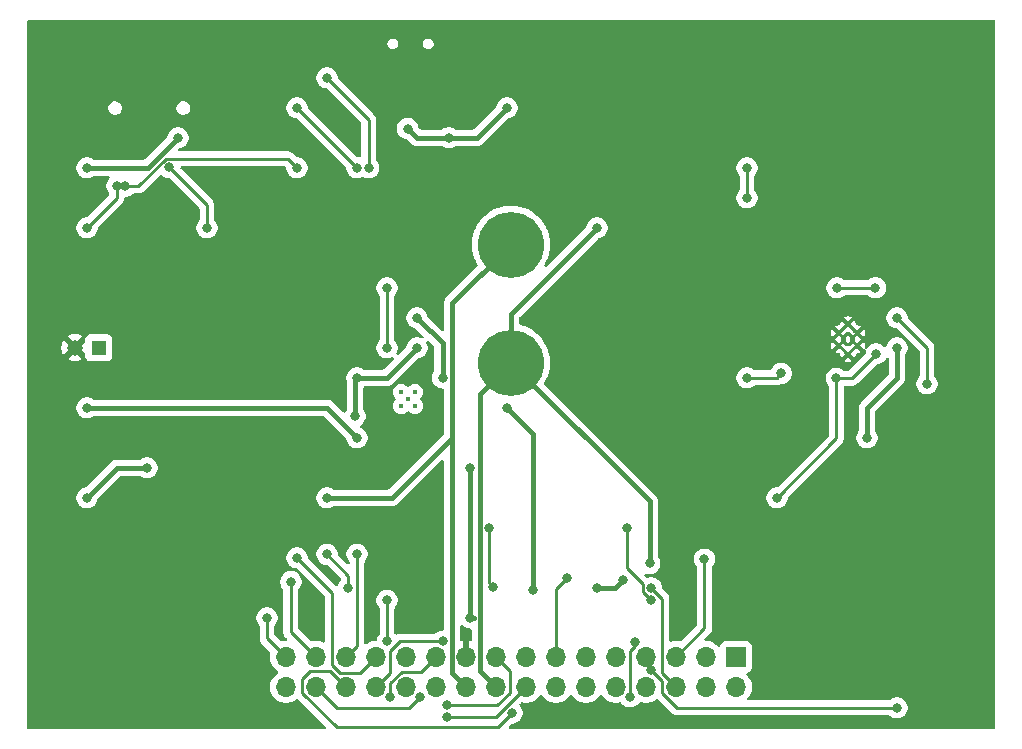
<source format=gbr>
%TF.GenerationSoftware,KiCad,Pcbnew,9.0.0*%
%TF.CreationDate,2025-04-09T17:19:20+02:00*%
%TF.ProjectId,Micromouse Power Subsystem,4d696372-6f6d-46f7-9573-6520506f7765,2.0*%
%TF.SameCoordinates,Original*%
%TF.FileFunction,Copper,L2,Bot*%
%TF.FilePolarity,Positive*%
%FSLAX46Y46*%
G04 Gerber Fmt 4.6, Leading zero omitted, Abs format (unit mm)*
G04 Created by KiCad (PCBNEW 9.0.0) date 2025-04-09 17:19:20*
%MOMM*%
%LPD*%
G01*
G04 APERTURE LIST*
%TA.AperFunction,ComponentPad*%
%ADD10R,1.700000X1.700000*%
%TD*%
%TA.AperFunction,ComponentPad*%
%ADD11O,1.700000X1.700000*%
%TD*%
%TA.AperFunction,ComponentPad*%
%ADD12R,1.308000X1.308000*%
%TD*%
%TA.AperFunction,ComponentPad*%
%ADD13C,1.308000*%
%TD*%
%TA.AperFunction,ComponentPad*%
%ADD14C,5.600000*%
%TD*%
%TA.AperFunction,ComponentPad*%
%ADD15C,0.300000*%
%TD*%
%TA.AperFunction,ComponentPad*%
%ADD16C,0.400000*%
%TD*%
%TA.AperFunction,ViaPad*%
%ADD17C,0.800000*%
%TD*%
%TA.AperFunction,Conductor*%
%ADD18C,0.400000*%
%TD*%
%TA.AperFunction,Conductor*%
%ADD19C,0.250000*%
%TD*%
G04 APERTURE END LIST*
D10*
%TO.P,J2,1,Pin_1*%
%TO.N,/Motor2_B_OUT*%
X156550000Y-104915000D03*
D11*
%TO.P,J2,2,Pin_2*%
%TO.N,/Motor2_A_OUT*%
X156550000Y-107455000D03*
%TO.P,J2,3,Pin_3*%
%TO.N,/Motor4_A_OUT*%
X154010000Y-104915000D03*
%TO.P,J2,4,Pin_4*%
%TO.N,/Motor2_CTRL1*%
X154010000Y-107455000D03*
%TO.P,J2,5,Pin_5*%
%TO.N,/Motor4_B_OUT*%
X151470000Y-104915000D03*
%TO.P,J2,6,Pin_6*%
%TO.N,/Motor2_CTRL2*%
X151470000Y-107455000D03*
%TO.P,J2,7,Pin_7*%
%TO.N,/CTRL_EXT_LOAD2*%
X148930000Y-104915000D03*
%TO.P,J2,8,Pin_8*%
%TO.N,/Motor4_CTRL1*%
X148930000Y-107455000D03*
%TO.P,J2,9,Pin_9*%
%TO.N,/USART2_RX*%
X146390000Y-104915000D03*
%TO.P,J2,10,Pin_10*%
%TO.N,/Motor4_CTRL2*%
X146390000Y-107455000D03*
%TO.P,J2,11,Pin_11*%
%TO.N,/EXT_LOAD2_OUT*%
X143850000Y-104915000D03*
%TO.P,J2,12,Pin_12*%
%TO.N,/USART2_TX*%
X143850000Y-107455000D03*
%TO.P,J2,13,Pin_13*%
%TO.N,/FAST_CHARGE_CTRL*%
X141310000Y-104915000D03*
%TO.P,J2,14,Pin_14*%
%TO.N,/BAT+*%
X141310000Y-107455000D03*
%TO.P,J2,15,Pin_15*%
%TO.N,unconnected-(J2-Pin_15-Pad15)*%
X138770000Y-104915000D03*
%TO.P,J2,16,Pin_16*%
%TO.N,/SCL*%
X138770000Y-107455000D03*
%TO.P,J2,17,Pin_17*%
%TO.N,/SDA*%
X136230000Y-104915000D03*
%TO.P,J2,18,Pin_18*%
%TO.N,+3V3*%
X136230000Y-107455000D03*
%TO.P,J2,19,Pin_19*%
%TO.N,GND*%
X133690000Y-104915000D03*
%TO.P,J2,20,Pin_20*%
%TO.N,+5V*%
X133690000Y-107455000D03*
%TO.P,J2,21,Pin_21*%
%TO.N,/EXT_LOAD1_OUT*%
X131150000Y-104915000D03*
%TO.P,J2,22,Pin_22*%
%TO.N,/HV*%
X131150000Y-107455000D03*
%TO.P,J2,23,Pin_23*%
%TO.N,GND*%
X128610000Y-104915000D03*
%TO.P,J2,24,Pin_24*%
%TO.N,/Motor3_CTRL1*%
X128610000Y-107455000D03*
%TO.P,J2,25,Pin_25*%
%TO.N,/CTRL_EXT_LOAD1*%
X126070000Y-104915000D03*
%TO.P,J2,26,Pin_26*%
%TO.N,/Motor3_CTRL2*%
X126070000Y-107455000D03*
%TO.P,J2,27,Pin_27*%
%TO.N,/Motor3_A_OUT*%
X123530000Y-104915000D03*
%TO.P,J2,28,Pin_28*%
%TO.N,/Motor1_CTRL1*%
X123530000Y-107455000D03*
%TO.P,J2,29,Pin_29*%
%TO.N,/Motor3_B_OUT*%
X120990000Y-104915000D03*
%TO.P,J2,30,Pin_30*%
%TO.N,/Motor1_CTRL2*%
X120990000Y-107455000D03*
%TO.P,J2,31,Pin_31*%
%TO.N,/Motor1_B_OUT*%
X118450000Y-104915000D03*
%TO.P,J2,32,Pin_32*%
%TO.N,/Motor1_A_OUT*%
X118450000Y-107455000D03*
%TD*%
D12*
%TO.P,J3,1,1*%
%TO.N,/BAT+*%
X102600000Y-78740000D03*
D13*
%TO.P,J3,2,2*%
%TO.N,GND*%
X100600000Y-78740000D03*
%TD*%
D14*
%TO.P,3V,2*%
%TO.N,+3V3*%
X137500000Y-80000000D03*
%TD*%
D15*
%TO.P,U5,22,PGND*%
%TO.N,GND*%
X166035000Y-76730000D03*
%TO.P,U5,23,PGND*%
X165260000Y-77480000D03*
%TO.P,U5,24,PGND*%
X166035000Y-77480000D03*
%TO.P,U5,25,PGND*%
X166810000Y-77480000D03*
%TO.P,U5,26,PGND*%
X165260000Y-78530000D03*
%TO.P,U5,27,PGND*%
X166035000Y-78530000D03*
%TO.P,U5,28,PGND*%
X166810000Y-78530000D03*
%TO.P,U5,29,PGND*%
X166035000Y-79280000D03*
%TD*%
D16*
%TO.P,U2,18*%
%TO.N,N/C*%
X128790000Y-83070000D03*
%TO.P,U2,19*%
X129370000Y-83650000D03*
%TO.P,U2,20*%
X128210000Y-83650000D03*
%TO.P,U2,21*%
X129370000Y-82490000D03*
%TO.P,U2,22*%
X128210000Y-82490000D03*
%TD*%
D14*
%TO.P,5V,1*%
%TO.N,+5V*%
X137500000Y-70000000D03*
%TD*%
D17*
%TO.N,/BAT+*%
X129540000Y-76200000D03*
X137160000Y-83820000D03*
X139406314Y-99225686D03*
X131714000Y-81280000D03*
%TO.N,/SCL*%
X132080000Y-109999000D03*
%TO.N,/SDA*%
X132080000Y-108998997D03*
%TO.N,/Motor2_CTRL1*%
X147577087Y-108287664D03*
X148045000Y-103627347D03*
%TO.N,/Motor4_B_OUT*%
X153884999Y-96646697D03*
%TO.N,/Motor2_CTRL2*%
X149381000Y-99060000D03*
%TO.N,/CTRL_EXT_LOAD2*%
X149377661Y-105982033D03*
X170180000Y-109220000D03*
%TO.N,/FAST_CHARGE_CTRL*%
X142240000Y-98260000D03*
%TO.N,+3V3*%
X144752000Y-99060000D03*
X144780000Y-68580000D03*
X149252300Y-96997605D03*
X147000363Y-98379998D03*
%TO.N,+5V*%
X167640000Y-86360000D03*
X121920000Y-91440000D03*
X170180000Y-78740000D03*
%TO.N,/EXT_LOAD1_OUT*%
X121920000Y-96230000D03*
X127000000Y-100130000D03*
X127266554Y-108273997D03*
X127041799Y-103606779D03*
X123735000Y-99060000D03*
%TO.N,/HV*%
X134066000Y-88900000D03*
X124460000Y-86360000D03*
X101600000Y-83820000D03*
X134066000Y-101600000D03*
%TO.N,/CTRL_EXT_LOAD1*%
X119380000Y-96520000D03*
%TO.N,/VBUS*%
X109306987Y-60969578D03*
X101600000Y-63500000D03*
%TO.N,/CC1*%
X108558847Y-63463847D03*
X111760000Y-68580000D03*
%TO.N,Net-(IC1-VDD)*%
X104849000Y-65049998D03*
X119380000Y-63500000D03*
X104140000Y-65049998D03*
X101600000Y-68580000D03*
%TO.N,Net-(U2-~{PGOOD})*%
X127000000Y-73660000D03*
X127000000Y-78740000D03*
%TO.N,Net-(D2-PadC)*%
X121920000Y-55880000D03*
X125460003Y-63500000D03*
%TO.N,Net-(D1-PadC)*%
X124460000Y-63500000D03*
X119380000Y-58420000D03*
%TO.N,/VIN_SWITCHED*%
X135665999Y-93978696D03*
X157480000Y-66040000D03*
X160020000Y-91440000D03*
X157480000Y-63500000D03*
X149381000Y-100120346D03*
X168423939Y-79254368D03*
X147320000Y-93980000D03*
X165053723Y-81326277D03*
X135964998Y-98980000D03*
%TO.N,Net-(U5-BOOT)*%
X157480000Y-81280000D03*
X160382653Y-80917347D03*
%TO.N,Net-(U5-VCC)*%
X168365000Y-73660000D03*
X165100000Y-73660000D03*
%TO.N,Net-(U5-FB)*%
X170180000Y-76200000D03*
X172720000Y-81795000D03*
%TO.N,/Motor3_A_OUT*%
X124460000Y-96230000D03*
%TO.N,/Motor1_CTRL1*%
X137595153Y-109655153D03*
%TO.N,/Motor1_B_OUT*%
X116840000Y-101600000D03*
%TO.N,/Motor3_B_OUT*%
X118867347Y-98547347D03*
%TO.N,/Motor1_CTRL2*%
X129806554Y-108273997D03*
%TO.N,/Motor3_CTRL2*%
X131714000Y-103579183D03*
%TO.N,/JST1*%
X124460000Y-81280000D03*
X129540000Y-78740000D03*
X106680000Y-88900000D03*
X137160000Y-58420000D03*
X124297445Y-84545000D03*
X132225000Y-60960000D03*
X128757500Y-60177500D03*
X101600000Y-91440000D03*
%TD*%
D18*
%TO.N,/BAT+*%
X139406314Y-99225686D02*
X139406314Y-86066314D01*
X131714000Y-78374000D02*
X131714000Y-81280000D01*
X129540000Y-76200000D02*
X131714000Y-78374000D01*
X139406314Y-86066314D02*
X137160000Y-83820000D01*
D19*
%TO.N,/SCL*%
X132080000Y-109999000D02*
X136226000Y-109999000D01*
X136226000Y-109999000D02*
X138770000Y-107455000D01*
%TO.N,/SDA*%
X136349119Y-108998997D02*
X137406000Y-107942116D01*
X137406000Y-106091000D02*
X136230000Y-104915000D01*
X132080000Y-108998997D02*
X136349119Y-108998997D01*
X137406000Y-107942116D02*
X137406000Y-106091000D01*
%TO.N,/Motor2_CTRL1*%
X148045000Y-103627347D02*
X148045000Y-103948884D01*
X148045000Y-103948884D02*
X147577087Y-104416797D01*
X147577087Y-104416797D02*
X147577087Y-108287664D01*
%TO.N,/Motor4_B_OUT*%
X153884999Y-102500001D02*
X151470000Y-104915000D01*
X153884999Y-96646697D02*
X153884999Y-102500001D01*
%TO.N,/Motor2_CTRL2*%
X150294000Y-106279000D02*
X151470000Y-107455000D01*
X150294000Y-99973000D02*
X150294000Y-106279000D01*
X149381000Y-99060000D02*
X150294000Y-99973000D01*
%TO.N,/CTRL_EXT_LOAD2*%
X151571884Y-109220000D02*
X170180000Y-109220000D01*
X149377661Y-105982033D02*
X149377661Y-106051545D01*
X150294000Y-107942116D02*
X151571884Y-109220000D01*
X150294000Y-106967884D02*
X150294000Y-107942116D01*
X149377661Y-106051545D02*
X150294000Y-106967884D01*
%TO.N,/FAST_CHARGE_CTRL*%
X141310000Y-99190000D02*
X141310000Y-104915000D01*
X142240000Y-98260000D02*
X141310000Y-99190000D01*
D18*
%TO.N,+3V3*%
X149252300Y-96997605D02*
X149252300Y-91752300D01*
X134866000Y-82634000D02*
X137500000Y-80000000D01*
X144752000Y-99060000D02*
X146320361Y-99060000D01*
X134866000Y-106091000D02*
X134866000Y-82634000D01*
X136230000Y-107455000D02*
X134866000Y-106091000D01*
X137500000Y-75860000D02*
X137500000Y-80000000D01*
X144780000Y-68580000D02*
X137500000Y-75860000D01*
X146320361Y-99060000D02*
X147000363Y-98379998D01*
X149252300Y-91752300D02*
X137500000Y-80000000D01*
%TO.N,+5V*%
X132514000Y-86360000D02*
X132514000Y-106279000D01*
X137500000Y-70000000D02*
X132514000Y-74986000D01*
X127434000Y-91440000D02*
X132514000Y-86360000D01*
X170180000Y-78740000D02*
X170180000Y-81280000D01*
X132514000Y-106279000D02*
X133690000Y-107455000D01*
X121920000Y-91440000D02*
X127434000Y-91440000D01*
X132514000Y-74986000D02*
X132514000Y-86360000D01*
X170180000Y-81280000D02*
X167640000Y-83820000D01*
X167640000Y-83820000D02*
X167640000Y-86360000D01*
D19*
%TO.N,/EXT_LOAD1_OUT*%
X128237826Y-106164058D02*
X129900942Y-106164058D01*
X127000000Y-103564980D02*
X127041799Y-103606779D01*
X127266554Y-108273997D02*
X127266554Y-107135330D01*
X127266554Y-107135330D02*
X128237826Y-106164058D01*
X127000000Y-100130000D02*
X127000000Y-103564980D01*
X121920000Y-96230000D02*
X123735000Y-98045000D01*
X123735000Y-98045000D02*
X123735000Y-99060000D01*
X129900942Y-106164058D02*
X131150000Y-104915000D01*
D18*
%TO.N,/HV*%
X101600000Y-83820000D02*
X121920000Y-83820000D01*
X121920000Y-83820000D02*
X124460000Y-86360000D01*
X134066000Y-101600000D02*
X134066000Y-88900000D01*
X134066000Y-101600000D02*
X134340000Y-101600000D01*
D19*
%TO.N,/CTRL_EXT_LOAD1*%
X122352810Y-99492810D02*
X122352810Y-105588926D01*
X124706000Y-106279000D02*
X126070000Y-104915000D01*
X123042884Y-106279000D02*
X124706000Y-106279000D01*
X119380000Y-96520000D02*
X122352810Y-99492810D01*
X122352810Y-105588926D02*
X123042884Y-106279000D01*
D18*
%TO.N,/VBUS*%
X106776565Y-63500000D02*
X109306987Y-60969578D01*
X101600000Y-63500000D02*
X106776565Y-63500000D01*
D19*
%TO.N,/CC1*%
X108558847Y-63463847D02*
X111760000Y-66665000D01*
X111760000Y-66665000D02*
X111760000Y-68580000D01*
%TO.N,Net-(IC1-VDD)*%
X104140000Y-66040000D02*
X101600000Y-68580000D01*
X118617847Y-62737847D02*
X119380000Y-63500000D01*
X108258127Y-62737847D02*
X118617847Y-62737847D01*
X104140000Y-65049998D02*
X104140000Y-66040000D01*
X105945976Y-65049998D02*
X108258127Y-62737847D01*
X104849000Y-65049998D02*
X105945976Y-65049998D01*
%TO.N,Net-(U2-~{PGOOD})*%
X127000000Y-78740000D02*
X127000000Y-73660000D01*
%TO.N,Net-(D2-PadC)*%
X125460003Y-59420003D02*
X121920000Y-55880000D01*
X125460003Y-63500000D02*
X125460003Y-59420003D01*
%TO.N,Net-(D1-PadC)*%
X124460000Y-63500000D02*
X119380000Y-58420000D01*
%TO.N,/VIN_SWITCHED*%
X166352030Y-81326277D02*
X165053723Y-81326277D01*
X135964998Y-98980000D02*
X135665999Y-98681001D01*
X168423939Y-79254368D02*
X166352030Y-81326277D01*
X147320000Y-97424280D02*
X147320000Y-93980000D01*
X157480000Y-66040000D02*
X157480000Y-63500000D01*
X148655000Y-98759280D02*
X147320000Y-97424280D01*
X165053723Y-86406277D02*
X165053723Y-81326277D01*
X149381000Y-100120346D02*
X148655000Y-99394346D01*
X148655000Y-99394346D02*
X148655000Y-98759280D01*
X135665999Y-98681001D02*
X135665999Y-93978696D01*
X160020000Y-91440000D02*
X165053723Y-86406277D01*
%TO.N,Net-(U5-BOOT)*%
X160020000Y-81280000D02*
X157480000Y-81280000D01*
X160382653Y-80917347D02*
X160020000Y-81280000D01*
%TO.N,Net-(U5-VCC)*%
X168365000Y-73660000D02*
X165100000Y-73660000D01*
%TO.N,Net-(U5-FB)*%
X172720000Y-78740000D02*
X170180000Y-76200000D01*
X172720000Y-81795000D02*
X172720000Y-78740000D01*
%TO.N,/Motor3_A_OUT*%
X124460000Y-103985000D02*
X123530000Y-104915000D01*
X124460000Y-96230000D02*
X124460000Y-103985000D01*
%TO.N,/Motor1_CTRL1*%
X119814000Y-107942116D02*
X119814000Y-106779884D01*
X122166000Y-106091000D02*
X123530000Y-107455000D01*
X119814000Y-106779884D02*
X120502884Y-106091000D01*
X136376306Y-110874000D02*
X122745884Y-110874000D01*
X137595153Y-109655153D02*
X136376306Y-110874000D01*
X120502884Y-106091000D02*
X122166000Y-106091000D01*
X122745884Y-110874000D02*
X119814000Y-107942116D01*
%TO.N,/Motor1_B_OUT*%
X116840000Y-101600000D02*
X116840000Y-103305000D01*
X116840000Y-103305000D02*
X118450000Y-104915000D01*
%TO.N,/Motor3_B_OUT*%
X118867347Y-102792347D02*
X120990000Y-104915000D01*
X118867347Y-98547347D02*
X118867347Y-102792347D01*
%TO.N,/Motor1_CTRL2*%
X129806554Y-108273997D02*
X128860551Y-109220000D01*
X128860551Y-109220000D02*
X122755000Y-109220000D01*
X122755000Y-109220000D02*
X120990000Y-107455000D01*
%TO.N,/Motor3_CTRL2*%
X127246000Y-104427884D02*
X127246000Y-106279000D01*
X128094701Y-103579183D02*
X127246000Y-104427884D01*
X131714000Y-103579183D02*
X128094701Y-103579183D01*
X127246000Y-106279000D02*
X126070000Y-107455000D01*
D18*
%TO.N,/JST1*%
X101600000Y-91440000D02*
X104140000Y-88900000D01*
X127000000Y-81280000D02*
X124460000Y-81280000D01*
X132225000Y-60960000D02*
X129540000Y-60960000D01*
X129540000Y-78740000D02*
X127000000Y-81280000D01*
X104140000Y-88900000D02*
X106680000Y-88900000D01*
X129540000Y-60960000D02*
X128757500Y-60177500D01*
X124297445Y-84545000D02*
X124297445Y-81442555D01*
X124297445Y-81442555D02*
X124460000Y-81280000D01*
X137160000Y-58420000D02*
X134620000Y-60960000D01*
X134620000Y-60960000D02*
X132225000Y-60960000D01*
%TD*%
%TA.AperFunction,Conductor*%
%TO.N,GND*%
G36*
X178442539Y-51020185D02*
G01*
X178488294Y-51072989D01*
X178499500Y-51124500D01*
X178499500Y-110875500D01*
X178479815Y-110942539D01*
X178427011Y-110988294D01*
X178375500Y-110999500D01*
X137434758Y-110999500D01*
X137367719Y-110979815D01*
X137321964Y-110927011D01*
X137312020Y-110857853D01*
X137341045Y-110794297D01*
X137347077Y-110787819D01*
X137542924Y-110591972D01*
X137604247Y-110558487D01*
X137630605Y-110555653D01*
X137683846Y-110555653D01*
X137683847Y-110555652D01*
X137741835Y-110544117D01*
X137857811Y-110521049D01*
X137857814Y-110521047D01*
X137857819Y-110521047D01*
X138021700Y-110453166D01*
X138169188Y-110354617D01*
X138294617Y-110229188D01*
X138393166Y-110081700D01*
X138461047Y-109917819D01*
X138475370Y-109845816D01*
X138485669Y-109794035D01*
X138495653Y-109743844D01*
X138495653Y-109566462D01*
X138495653Y-109566459D01*
X138495652Y-109566457D01*
X138461049Y-109392494D01*
X138461046Y-109392485D01*
X138393169Y-109228612D01*
X138393162Y-109228599D01*
X138294617Y-109081118D01*
X138294614Y-109081114D01*
X138249225Y-109035725D01*
X138244886Y-109027779D01*
X138237639Y-109022354D01*
X138228404Y-108997594D01*
X138215740Y-108974402D01*
X138216385Y-108965372D01*
X138213222Y-108956890D01*
X138218838Y-108931069D01*
X138220724Y-108904710D01*
X138226542Y-108895656D01*
X138228074Y-108888617D01*
X138249222Y-108860366D01*
X138312162Y-108797426D01*
X138373483Y-108763943D01*
X138438162Y-108767179D01*
X138453757Y-108772246D01*
X138663713Y-108805500D01*
X138663714Y-108805500D01*
X138876286Y-108805500D01*
X138876287Y-108805500D01*
X139086243Y-108772246D01*
X139288412Y-108706557D01*
X139477816Y-108610051D01*
X139598994Y-108522011D01*
X139649786Y-108485109D01*
X139649788Y-108485106D01*
X139649792Y-108485104D01*
X139800104Y-108334792D01*
X139800106Y-108334788D01*
X139800109Y-108334786D01*
X139925048Y-108162820D01*
X139925047Y-108162820D01*
X139925051Y-108162816D01*
X139929514Y-108154054D01*
X139977488Y-108103259D01*
X140045308Y-108086463D01*
X140111444Y-108108999D01*
X140150486Y-108154056D01*
X140154951Y-108162820D01*
X140279890Y-108334786D01*
X140430213Y-108485109D01*
X140602179Y-108610048D01*
X140602181Y-108610049D01*
X140602184Y-108610051D01*
X140791588Y-108706557D01*
X140993757Y-108772246D01*
X141203713Y-108805500D01*
X141203714Y-108805500D01*
X141416286Y-108805500D01*
X141416287Y-108805500D01*
X141626243Y-108772246D01*
X141828412Y-108706557D01*
X142017816Y-108610051D01*
X142138994Y-108522011D01*
X142189786Y-108485109D01*
X142189788Y-108485106D01*
X142189792Y-108485104D01*
X142340104Y-108334792D01*
X142340106Y-108334788D01*
X142340109Y-108334786D01*
X142465048Y-108162820D01*
X142465047Y-108162820D01*
X142465051Y-108162816D01*
X142469514Y-108154054D01*
X142517488Y-108103259D01*
X142585308Y-108086463D01*
X142651444Y-108108999D01*
X142690486Y-108154056D01*
X142694951Y-108162820D01*
X142819890Y-108334786D01*
X142970213Y-108485109D01*
X143142179Y-108610048D01*
X143142181Y-108610049D01*
X143142184Y-108610051D01*
X143331588Y-108706557D01*
X143533757Y-108772246D01*
X143743713Y-108805500D01*
X143743714Y-108805500D01*
X143956286Y-108805500D01*
X143956287Y-108805500D01*
X144166243Y-108772246D01*
X144368412Y-108706557D01*
X144557816Y-108610051D01*
X144678994Y-108522011D01*
X144729786Y-108485109D01*
X144729788Y-108485106D01*
X144729792Y-108485104D01*
X144880104Y-108334792D01*
X144880106Y-108334788D01*
X144880109Y-108334786D01*
X145005048Y-108162820D01*
X145005047Y-108162820D01*
X145005051Y-108162816D01*
X145009514Y-108154054D01*
X145057488Y-108103259D01*
X145125308Y-108086463D01*
X145191444Y-108108999D01*
X145230486Y-108154056D01*
X145234951Y-108162820D01*
X145359890Y-108334786D01*
X145510213Y-108485109D01*
X145682179Y-108610048D01*
X145682181Y-108610049D01*
X145682184Y-108610051D01*
X145871588Y-108706557D01*
X146073757Y-108772246D01*
X146283713Y-108805500D01*
X146283714Y-108805500D01*
X146496286Y-108805500D01*
X146496287Y-108805500D01*
X146706243Y-108772246D01*
X146708662Y-108771459D01*
X146709632Y-108771432D01*
X146710978Y-108771109D01*
X146711045Y-108771391D01*
X146778501Y-108769458D01*
X146838337Y-108805533D01*
X146850091Y-108820495D01*
X146877625Y-108861702D01*
X147003048Y-108987125D01*
X147003052Y-108987128D01*
X147150533Y-109085673D01*
X147150546Y-109085680D01*
X147273450Y-109136587D01*
X147314421Y-109153558D01*
X147314423Y-109153558D01*
X147314428Y-109153560D01*
X147488391Y-109188163D01*
X147488394Y-109188164D01*
X147488396Y-109188164D01*
X147665780Y-109188164D01*
X147665781Y-109188163D01*
X147734491Y-109174496D01*
X147839745Y-109153560D01*
X147839748Y-109153558D01*
X147839753Y-109153558D01*
X147979622Y-109095622D01*
X148003627Y-109085680D01*
X148003627Y-109085679D01*
X148003634Y-109085677D01*
X148151122Y-108987128D01*
X148276551Y-108861699D01*
X148333662Y-108776225D01*
X148387272Y-108731423D01*
X148456597Y-108722715D01*
X148475078Y-108727186D01*
X148613757Y-108772246D01*
X148823713Y-108805500D01*
X148823714Y-108805500D01*
X149036286Y-108805500D01*
X149036287Y-108805500D01*
X149246243Y-108772246D01*
X149448412Y-108706557D01*
X149637816Y-108610051D01*
X149806709Y-108487344D01*
X149872515Y-108463864D01*
X149940569Y-108479690D01*
X149967275Y-108499981D01*
X151086023Y-109618729D01*
X151086026Y-109618733D01*
X151173151Y-109705858D01*
X151230001Y-109743844D01*
X151275599Y-109774312D01*
X151275601Y-109774313D01*
X151275600Y-109774313D01*
X151297035Y-109783191D01*
X151324751Y-109794671D01*
X151324752Y-109794672D01*
X151356089Y-109807652D01*
X151389432Y-109821463D01*
X151449855Y-109833481D01*
X151510277Y-109845500D01*
X151510278Y-109845500D01*
X169480639Y-109845500D01*
X169547678Y-109865185D01*
X169568321Y-109881820D01*
X169605961Y-109919461D01*
X169605965Y-109919464D01*
X169753446Y-110018009D01*
X169753459Y-110018016D01*
X169848014Y-110057181D01*
X169917334Y-110085894D01*
X169917336Y-110085894D01*
X169917341Y-110085896D01*
X170091304Y-110120499D01*
X170091307Y-110120500D01*
X170091309Y-110120500D01*
X170268693Y-110120500D01*
X170268694Y-110120499D01*
X170326682Y-110108964D01*
X170442658Y-110085896D01*
X170442661Y-110085894D01*
X170442666Y-110085894D01*
X170606547Y-110018013D01*
X170754035Y-109919464D01*
X170879464Y-109794035D01*
X170978013Y-109646547D01*
X171045894Y-109482666D01*
X171056349Y-109430109D01*
X171080499Y-109308695D01*
X171080500Y-109308693D01*
X171080500Y-109131306D01*
X171080499Y-109131304D01*
X171045896Y-108957341D01*
X171045893Y-108957332D01*
X171045212Y-108955689D01*
X171013029Y-108877989D01*
X170978016Y-108793459D01*
X170978009Y-108793446D01*
X170879464Y-108645965D01*
X170879461Y-108645961D01*
X170754038Y-108520538D01*
X170754034Y-108520535D01*
X170606553Y-108421990D01*
X170606540Y-108421983D01*
X170442667Y-108354106D01*
X170442658Y-108354103D01*
X170268694Y-108319500D01*
X170268691Y-108319500D01*
X170091309Y-108319500D01*
X170091306Y-108319500D01*
X169917341Y-108354103D01*
X169917332Y-108354106D01*
X169753459Y-108421983D01*
X169753446Y-108421990D01*
X169605965Y-108520535D01*
X169605961Y-108520538D01*
X169568321Y-108558180D01*
X169506999Y-108591666D01*
X169480639Y-108594500D01*
X157619758Y-108594500D01*
X157552719Y-108574815D01*
X157506964Y-108522011D01*
X157497020Y-108452853D01*
X157526045Y-108389297D01*
X157532077Y-108382819D01*
X157541399Y-108373497D01*
X157580104Y-108334792D01*
X157580106Y-108334788D01*
X157580109Y-108334786D01*
X157705048Y-108162820D01*
X157705047Y-108162820D01*
X157705051Y-108162816D01*
X157801557Y-107973412D01*
X157867246Y-107771243D01*
X157900500Y-107561287D01*
X157900500Y-107348713D01*
X157867246Y-107138757D01*
X157801557Y-106936588D01*
X157705051Y-106747184D01*
X157705049Y-106747181D01*
X157705048Y-106747179D01*
X157580109Y-106575213D01*
X157466569Y-106461673D01*
X157433084Y-106400350D01*
X157438068Y-106330658D01*
X157479940Y-106274725D01*
X157510915Y-106257810D01*
X157642331Y-106208796D01*
X157757546Y-106122546D01*
X157843796Y-106007331D01*
X157894091Y-105872483D01*
X157900500Y-105812873D01*
X157900499Y-104017128D01*
X157894091Y-103957517D01*
X157892810Y-103954083D01*
X157843797Y-103822671D01*
X157843793Y-103822664D01*
X157757547Y-103707455D01*
X157757544Y-103707452D01*
X157642335Y-103621206D01*
X157642328Y-103621202D01*
X157507482Y-103570908D01*
X157507483Y-103570908D01*
X157447883Y-103564501D01*
X157447881Y-103564500D01*
X157447873Y-103564500D01*
X157447864Y-103564500D01*
X155652129Y-103564500D01*
X155652123Y-103564501D01*
X155592516Y-103570908D01*
X155457671Y-103621202D01*
X155457664Y-103621206D01*
X155342455Y-103707452D01*
X155342452Y-103707455D01*
X155256206Y-103822664D01*
X155256203Y-103822669D01*
X155207189Y-103954083D01*
X155165317Y-104010016D01*
X155099853Y-104034433D01*
X155031580Y-104019581D01*
X155003326Y-103998430D01*
X154889786Y-103884890D01*
X154717820Y-103759951D01*
X154528414Y-103663444D01*
X154528413Y-103663443D01*
X154528412Y-103663443D01*
X154326243Y-103597754D01*
X154326241Y-103597753D01*
X154326240Y-103597753D01*
X154164957Y-103572208D01*
X154116287Y-103564500D01*
X154004452Y-103564500D01*
X153937413Y-103544815D01*
X153891658Y-103492011D01*
X153881714Y-103422853D01*
X153910739Y-103359297D01*
X153916771Y-103352819D01*
X153991385Y-103278205D01*
X154370856Y-102898735D01*
X154384255Y-102878683D01*
X154439310Y-102796287D01*
X154486462Y-102682453D01*
X154510499Y-102561607D01*
X154510499Y-97346058D01*
X154530184Y-97279019D01*
X154546819Y-97258376D01*
X154584460Y-97220735D01*
X154584463Y-97220732D01*
X154683012Y-97073244D01*
X154750893Y-96909363D01*
X154750983Y-96908914D01*
X154785498Y-96735392D01*
X154785499Y-96735390D01*
X154785499Y-96558003D01*
X154785498Y-96558001D01*
X154750895Y-96384038D01*
X154750892Y-96384029D01*
X154683015Y-96220156D01*
X154683008Y-96220143D01*
X154584463Y-96072662D01*
X154584460Y-96072658D01*
X154459037Y-95947235D01*
X154459033Y-95947232D01*
X154311552Y-95848687D01*
X154311539Y-95848680D01*
X154147666Y-95780803D01*
X154147657Y-95780800D01*
X153973693Y-95746197D01*
X153973690Y-95746197D01*
X153796308Y-95746197D01*
X153796305Y-95746197D01*
X153622340Y-95780800D01*
X153622331Y-95780803D01*
X153458458Y-95848680D01*
X153458445Y-95848687D01*
X153310964Y-95947232D01*
X153310960Y-95947235D01*
X153185537Y-96072658D01*
X153185534Y-96072662D01*
X153086989Y-96220143D01*
X153086982Y-96220156D01*
X153019105Y-96384029D01*
X153019102Y-96384038D01*
X152984499Y-96558001D01*
X152984499Y-96735392D01*
X153019102Y-96909355D01*
X153019105Y-96909364D01*
X153086982Y-97073237D01*
X153086989Y-97073250D01*
X153185534Y-97220731D01*
X153185537Y-97220735D01*
X153223179Y-97258376D01*
X153256665Y-97319698D01*
X153259499Y-97346058D01*
X153259499Y-102189547D01*
X153239814Y-102256586D01*
X153223180Y-102277228D01*
X151927837Y-103572570D01*
X151866514Y-103606055D01*
X151801842Y-103602821D01*
X151786246Y-103597754D01*
X151627239Y-103572570D01*
X151576287Y-103564500D01*
X151363713Y-103564500D01*
X151324202Y-103570757D01*
X151153759Y-103597753D01*
X151153755Y-103597754D01*
X151081817Y-103621128D01*
X151011976Y-103623123D01*
X150952143Y-103587042D01*
X150921316Y-103524341D01*
X150919500Y-103503197D01*
X150919500Y-99911393D01*
X150919499Y-99911389D01*
X150913355Y-99880499D01*
X150895463Y-99790548D01*
X150859387Y-99703453D01*
X150848312Y-99676714D01*
X150814084Y-99625490D01*
X150779858Y-99574267D01*
X150779856Y-99574264D01*
X150689637Y-99484045D01*
X150689606Y-99484016D01*
X150317819Y-99112229D01*
X150284334Y-99050906D01*
X150281500Y-99024548D01*
X150281500Y-98971306D01*
X150281499Y-98971304D01*
X150246896Y-98797341D01*
X150246893Y-98797332D01*
X150245056Y-98792898D01*
X150213757Y-98717334D01*
X150179016Y-98633459D01*
X150179009Y-98633446D01*
X150080464Y-98485965D01*
X150080461Y-98485961D01*
X149955038Y-98360538D01*
X149955034Y-98360535D01*
X149807553Y-98261990D01*
X149807540Y-98261983D01*
X149643667Y-98194106D01*
X149643658Y-98194103D01*
X149469694Y-98159500D01*
X149469691Y-98159500D01*
X149292309Y-98159500D01*
X149292306Y-98159500D01*
X149118341Y-98194103D01*
X149118329Y-98194107D01*
X149093109Y-98204553D01*
X149073235Y-98206688D01*
X149054508Y-98213674D01*
X149039208Y-98210345D01*
X149023640Y-98212019D01*
X149005765Y-98203070D01*
X148986235Y-98198822D01*
X148963939Y-98182131D01*
X148961162Y-98180741D01*
X148957981Y-98177671D01*
X148840075Y-98059765D01*
X148806590Y-97998442D01*
X148811574Y-97928750D01*
X148853446Y-97872817D01*
X148918910Y-97848400D01*
X148975207Y-97857523D01*
X148989634Y-97863499D01*
X148989636Y-97863499D01*
X148989641Y-97863501D01*
X149163604Y-97898104D01*
X149163607Y-97898105D01*
X149163609Y-97898105D01*
X149340993Y-97898105D01*
X149340994Y-97898104D01*
X149398982Y-97886569D01*
X149514958Y-97863501D01*
X149514961Y-97863499D01*
X149514966Y-97863499D01*
X149678847Y-97795618D01*
X149826335Y-97697069D01*
X149951764Y-97571640D01*
X150050313Y-97424152D01*
X150118194Y-97260271D01*
X150126059Y-97220735D01*
X150144007Y-97130499D01*
X150152800Y-97086296D01*
X150152800Y-96908914D01*
X150152800Y-96908911D01*
X150152799Y-96908909D01*
X150118196Y-96734946D01*
X150118193Y-96734937D01*
X150050313Y-96571058D01*
X150050311Y-96571056D01*
X150050311Y-96571054D01*
X149973698Y-96456395D01*
X149952820Y-96389717D01*
X149952800Y-96387504D01*
X149952800Y-91683304D01*
X149925881Y-91547977D01*
X149925880Y-91547976D01*
X149925880Y-91547972D01*
X149917895Y-91528695D01*
X149873077Y-91420493D01*
X149873076Y-91420491D01*
X149873075Y-91420489D01*
X149826847Y-91351304D01*
X159119500Y-91351304D01*
X159119500Y-91528695D01*
X159154103Y-91702658D01*
X159154106Y-91702667D01*
X159221983Y-91866540D01*
X159221990Y-91866553D01*
X159320535Y-92014034D01*
X159320538Y-92014038D01*
X159445961Y-92139461D01*
X159445965Y-92139464D01*
X159593446Y-92238009D01*
X159593459Y-92238016D01*
X159716363Y-92288923D01*
X159757334Y-92305894D01*
X159757336Y-92305894D01*
X159757341Y-92305896D01*
X159931304Y-92340499D01*
X159931307Y-92340500D01*
X159931309Y-92340500D01*
X160108693Y-92340500D01*
X160108694Y-92340499D01*
X160166682Y-92328964D01*
X160282658Y-92305896D01*
X160282661Y-92305894D01*
X160282666Y-92305894D01*
X160446547Y-92238013D01*
X160594035Y-92139464D01*
X160719464Y-92014035D01*
X160818013Y-91866547D01*
X160885894Y-91702666D01*
X160889746Y-91683304D01*
X160920499Y-91528695D01*
X160920500Y-91528693D01*
X160920500Y-91475452D01*
X160940185Y-91408413D01*
X160956819Y-91387771D01*
X163181932Y-89162658D01*
X165539580Y-86805011D01*
X165551918Y-86786547D01*
X165608034Y-86702563D01*
X165655186Y-86588729D01*
X165679223Y-86467883D01*
X165679223Y-82075777D01*
X165698908Y-82008738D01*
X165751712Y-81962983D01*
X165803223Y-81951777D01*
X166413637Y-81951777D01*
X166474059Y-81939758D01*
X166534482Y-81927740D01*
X166588174Y-81905500D01*
X166648316Y-81880589D01*
X166699539Y-81846361D01*
X166750763Y-81812135D01*
X166837888Y-81725010D01*
X166837889Y-81725008D01*
X166844955Y-81717942D01*
X166844957Y-81717938D01*
X168371710Y-80191187D01*
X168433033Y-80157702D01*
X168459391Y-80154868D01*
X168512632Y-80154868D01*
X168512633Y-80154867D01*
X168570621Y-80143332D01*
X168686597Y-80120264D01*
X168686600Y-80120262D01*
X168686605Y-80120262D01*
X168850486Y-80052381D01*
X168997974Y-79953832D01*
X169123403Y-79828403D01*
X169221952Y-79680915D01*
X169240939Y-79635075D01*
X169284779Y-79580673D01*
X169351073Y-79558607D01*
X169418772Y-79575885D01*
X169466383Y-79627022D01*
X169479500Y-79682528D01*
X169479500Y-80938480D01*
X169459815Y-81005519D01*
X169443181Y-81026161D01*
X167095888Y-83373453D01*
X167095887Y-83373454D01*
X167019222Y-83488192D01*
X166966421Y-83615667D01*
X166966418Y-83615679D01*
X166940302Y-83746976D01*
X166940299Y-83746993D01*
X166939500Y-83751005D01*
X166939500Y-85749899D01*
X166919815Y-85816938D01*
X166918602Y-85818790D01*
X166841988Y-85933449D01*
X166841987Y-85933452D01*
X166774106Y-86097332D01*
X166774103Y-86097341D01*
X166739500Y-86271304D01*
X166739500Y-86448695D01*
X166774103Y-86622658D01*
X166774106Y-86622667D01*
X166841983Y-86786540D01*
X166841990Y-86786553D01*
X166940535Y-86934034D01*
X166940538Y-86934038D01*
X167065961Y-87059461D01*
X167065965Y-87059464D01*
X167213446Y-87158009D01*
X167213459Y-87158016D01*
X167336363Y-87208923D01*
X167377334Y-87225894D01*
X167377336Y-87225894D01*
X167377341Y-87225896D01*
X167551304Y-87260499D01*
X167551307Y-87260500D01*
X167551309Y-87260500D01*
X167728693Y-87260500D01*
X167728694Y-87260499D01*
X167786682Y-87248964D01*
X167902658Y-87225896D01*
X167902661Y-87225894D01*
X167902666Y-87225894D01*
X168066547Y-87158013D01*
X168214035Y-87059464D01*
X168339464Y-86934035D01*
X168438013Y-86786547D01*
X168505894Y-86622666D01*
X168540500Y-86448691D01*
X168540500Y-86271309D01*
X168540500Y-86271306D01*
X168540499Y-86271304D01*
X168505896Y-86097341D01*
X168505893Y-86097332D01*
X168438013Y-85933453D01*
X168438011Y-85933451D01*
X168438011Y-85933449D01*
X168361398Y-85818790D01*
X168340520Y-85752112D01*
X168340500Y-85749899D01*
X168340500Y-84161518D01*
X168360185Y-84094479D01*
X168376819Y-84073837D01*
X169542176Y-82908480D01*
X170724113Y-81726543D01*
X170724655Y-81725731D01*
X170725154Y-81724987D01*
X170754516Y-81681041D01*
X170800775Y-81611811D01*
X170843473Y-81508728D01*
X170853580Y-81484329D01*
X170858934Y-81457409D01*
X170880500Y-81348993D01*
X170880500Y-79350099D01*
X170900185Y-79283060D01*
X170901398Y-79281208D01*
X170911017Y-79266812D01*
X170978013Y-79166547D01*
X171045894Y-79002666D01*
X171046606Y-78999090D01*
X171080499Y-78828695D01*
X171080500Y-78828693D01*
X171080500Y-78651306D01*
X171080499Y-78651304D01*
X171045896Y-78477341D01*
X171045893Y-78477332D01*
X171042762Y-78469774D01*
X171011871Y-78395195D01*
X170978016Y-78313459D01*
X170978009Y-78313446D01*
X170879464Y-78165965D01*
X170879461Y-78165961D01*
X170754038Y-78040538D01*
X170754034Y-78040535D01*
X170606553Y-77941990D01*
X170606540Y-77941983D01*
X170442667Y-77874106D01*
X170442658Y-77874103D01*
X170268694Y-77839500D01*
X170268691Y-77839500D01*
X170091309Y-77839500D01*
X170091306Y-77839500D01*
X169917341Y-77874103D01*
X169917332Y-77874106D01*
X169753459Y-77941983D01*
X169753446Y-77941990D01*
X169605965Y-78040535D01*
X169605961Y-78040538D01*
X169480538Y-78165961D01*
X169480535Y-78165965D01*
X169381990Y-78313446D01*
X169381983Y-78313459D01*
X169314106Y-78477332D01*
X169314104Y-78477340D01*
X169294044Y-78578186D01*
X169261659Y-78640097D01*
X169200943Y-78674671D01*
X169131173Y-78670930D01*
X169084746Y-78641675D01*
X168997977Y-78554906D01*
X168997973Y-78554903D01*
X168850492Y-78456358D01*
X168850479Y-78456351D01*
X168686606Y-78388474D01*
X168686597Y-78388471D01*
X168512633Y-78353868D01*
X168512630Y-78353868D01*
X168335248Y-78353868D01*
X168335245Y-78353868D01*
X168161280Y-78388471D01*
X168161271Y-78388474D01*
X167997398Y-78456351D01*
X167997385Y-78456358D01*
X167849904Y-78554903D01*
X167849900Y-78554906D01*
X167724477Y-78680329D01*
X167669785Y-78762181D01*
X167616172Y-78806985D01*
X167546847Y-78815692D01*
X167483820Y-78785537D01*
X167447101Y-78726093D01*
X167445066Y-78669097D01*
X167459999Y-78594020D01*
X167460000Y-78594020D01*
X167460000Y-78465980D01*
X167459999Y-78465976D01*
X167435022Y-78340409D01*
X167435020Y-78340401D01*
X167386023Y-78222112D01*
X167363591Y-78188540D01*
X167022132Y-78529999D01*
X167022132Y-78530000D01*
X167363589Y-78871458D01*
X167419936Y-78865909D01*
X167443181Y-78870317D01*
X167466841Y-78870281D01*
X167476875Y-78876707D01*
X167488582Y-78878928D01*
X167505753Y-78895203D01*
X167525678Y-78907965D01*
X167530645Y-78918797D01*
X167539292Y-78926993D01*
X167544938Y-78949967D01*
X167554801Y-78971476D01*
X167554362Y-78988315D01*
X167555967Y-78994844D01*
X167554855Y-79006770D01*
X167554371Y-79010169D01*
X167523439Y-79165677D01*
X167523439Y-79227689D01*
X167522204Y-79236374D01*
X167511224Y-79260514D01*
X167503754Y-79285955D01*
X167494339Y-79297637D01*
X167493277Y-79299974D01*
X167491570Y-79301074D01*
X167487120Y-79306597D01*
X166129259Y-80664458D01*
X166067936Y-80697943D01*
X166041578Y-80700777D01*
X165753084Y-80700777D01*
X165686045Y-80681092D01*
X165665402Y-80664457D01*
X165627761Y-80626815D01*
X165627757Y-80626812D01*
X165480276Y-80528267D01*
X165480263Y-80528260D01*
X165316390Y-80460383D01*
X165316381Y-80460380D01*
X165142417Y-80425777D01*
X165142414Y-80425777D01*
X164965032Y-80425777D01*
X164965029Y-80425777D01*
X164791064Y-80460380D01*
X164791055Y-80460383D01*
X164627182Y-80528260D01*
X164627169Y-80528267D01*
X164479688Y-80626812D01*
X164479684Y-80626815D01*
X164354261Y-80752238D01*
X164354258Y-80752242D01*
X164255713Y-80899723D01*
X164255706Y-80899736D01*
X164187829Y-81063609D01*
X164187826Y-81063618D01*
X164153223Y-81237581D01*
X164153223Y-81414972D01*
X164187826Y-81588935D01*
X164187829Y-81588944D01*
X164255706Y-81752817D01*
X164255713Y-81752830D01*
X164354258Y-81900311D01*
X164354261Y-81900315D01*
X164391903Y-81937956D01*
X164425389Y-81999278D01*
X164428223Y-82025638D01*
X164428223Y-86095824D01*
X164408538Y-86162863D01*
X164391904Y-86183505D01*
X160072229Y-90503181D01*
X160010906Y-90536666D01*
X159984548Y-90539500D01*
X159931306Y-90539500D01*
X159757341Y-90574103D01*
X159757332Y-90574106D01*
X159593459Y-90641983D01*
X159593446Y-90641990D01*
X159445965Y-90740535D01*
X159445961Y-90740538D01*
X159320538Y-90865961D01*
X159320535Y-90865965D01*
X159221990Y-91013446D01*
X159221983Y-91013459D01*
X159154106Y-91177332D01*
X159154103Y-91177341D01*
X159119500Y-91351304D01*
X149826847Y-91351304D01*
X149796414Y-91305757D01*
X149796412Y-91305754D01*
X149796411Y-91305753D01*
X140348287Y-81857630D01*
X140314802Y-81796307D01*
X140319786Y-81726615D01*
X140332874Y-81701046D01*
X140334342Y-81698849D01*
X140334347Y-81698842D01*
X140487215Y-81412847D01*
X140578981Y-81191304D01*
X156579500Y-81191304D01*
X156579500Y-81368695D01*
X156614103Y-81542658D01*
X156614106Y-81542667D01*
X156681983Y-81706540D01*
X156681990Y-81706553D01*
X156780535Y-81854034D01*
X156780538Y-81854038D01*
X156905961Y-81979461D01*
X156905965Y-81979464D01*
X157053446Y-82078009D01*
X157053459Y-82078016D01*
X157176363Y-82128923D01*
X157217334Y-82145894D01*
X157217336Y-82145894D01*
X157217341Y-82145896D01*
X157391304Y-82180499D01*
X157391307Y-82180500D01*
X157391309Y-82180500D01*
X157568693Y-82180500D01*
X157568694Y-82180499D01*
X157626682Y-82168964D01*
X157742658Y-82145896D01*
X157742661Y-82145894D01*
X157742666Y-82145894D01*
X157906547Y-82078013D01*
X158054035Y-81979464D01*
X158091679Y-81941820D01*
X158153001Y-81908334D01*
X158179361Y-81905500D01*
X160081608Y-81905500D01*
X160081608Y-81905499D01*
X160169974Y-81887923D01*
X160202452Y-81881463D01*
X160262462Y-81856606D01*
X160316286Y-81834312D01*
X160316289Y-81834309D01*
X160319698Y-81832488D01*
X160378150Y-81817847D01*
X160471346Y-81817847D01*
X160471347Y-81817846D01*
X160529335Y-81806311D01*
X160645311Y-81783243D01*
X160645314Y-81783241D01*
X160645319Y-81783241D01*
X160785958Y-81724987D01*
X160809193Y-81715363D01*
X160809193Y-81715362D01*
X160809200Y-81715360D01*
X160956688Y-81616811D01*
X161082117Y-81491382D01*
X161180666Y-81343894D01*
X161248547Y-81180013D01*
X161251996Y-81162677D01*
X161283152Y-81006042D01*
X161283153Y-81006040D01*
X161283153Y-80828653D01*
X161283152Y-80828651D01*
X161248549Y-80654688D01*
X161248546Y-80654679D01*
X161180669Y-80490806D01*
X161180662Y-80490793D01*
X161082117Y-80343312D01*
X161082114Y-80343308D01*
X160956691Y-80217885D01*
X160956687Y-80217882D01*
X160809206Y-80119337D01*
X160809193Y-80119330D01*
X160645320Y-80051453D01*
X160645311Y-80051450D01*
X160471347Y-80016847D01*
X160471344Y-80016847D01*
X160293962Y-80016847D01*
X160293959Y-80016847D01*
X160119994Y-80051450D01*
X160119985Y-80051453D01*
X159956112Y-80119330D01*
X159956099Y-80119337D01*
X159808618Y-80217882D01*
X159808614Y-80217885D01*
X159683191Y-80343308D01*
X159683188Y-80343312D01*
X159584643Y-80490793D01*
X159584641Y-80490797D01*
X159578286Y-80506139D01*
X159548539Y-80577954D01*
X159504701Y-80632355D01*
X159438407Y-80654421D01*
X159433980Y-80654500D01*
X158179361Y-80654500D01*
X158112322Y-80634815D01*
X158091679Y-80618180D01*
X158054038Y-80580538D01*
X158054034Y-80580535D01*
X157906553Y-80481990D01*
X157906540Y-80481983D01*
X157742667Y-80414106D01*
X157742658Y-80414103D01*
X157568694Y-80379500D01*
X157568691Y-80379500D01*
X157391309Y-80379500D01*
X157391306Y-80379500D01*
X157217341Y-80414103D01*
X157217332Y-80414106D01*
X157053459Y-80481983D01*
X157053446Y-80481990D01*
X156905965Y-80580535D01*
X156905961Y-80580538D01*
X156780538Y-80705961D01*
X156780535Y-80705965D01*
X156681990Y-80853446D01*
X156681983Y-80853459D01*
X156614106Y-81017332D01*
X156614103Y-81017341D01*
X156579500Y-81191304D01*
X140578981Y-81191304D01*
X140611314Y-81113246D01*
X140705449Y-80802923D01*
X140705451Y-80802913D01*
X140705454Y-80802902D01*
X140767534Y-80490800D01*
X140768714Y-80484868D01*
X140800500Y-80162143D01*
X140800500Y-79837857D01*
X140800080Y-79833591D01*
X165693540Y-79833591D01*
X165727112Y-79856023D01*
X165845401Y-79905020D01*
X165845409Y-79905022D01*
X165970976Y-79929999D01*
X165970980Y-79930000D01*
X166099020Y-79930000D01*
X166099023Y-79929999D01*
X166224590Y-79905022D01*
X166224594Y-79905021D01*
X166342891Y-79856020D01*
X166342898Y-79856016D01*
X166376458Y-79833591D01*
X166376459Y-79833590D01*
X166035001Y-79492132D01*
X166035000Y-79492132D01*
X165693540Y-79833591D01*
X140800080Y-79833591D01*
X140768714Y-79515132D01*
X140741835Y-79380000D01*
X140705454Y-79197097D01*
X140705451Y-79197086D01*
X140705450Y-79197083D01*
X140705449Y-79197077D01*
X140671024Y-79083591D01*
X164918540Y-79083591D01*
X164952112Y-79106023D01*
X165070401Y-79155020D01*
X165070409Y-79155022D01*
X165195976Y-79179999D01*
X165195980Y-79180000D01*
X165261000Y-79180000D01*
X165328039Y-79199685D01*
X165373794Y-79252489D01*
X165385000Y-79304000D01*
X165385000Y-79344023D01*
X165409977Y-79469590D01*
X165409979Y-79469598D01*
X165458976Y-79587886D01*
X165458981Y-79587896D01*
X165481407Y-79621458D01*
X165481408Y-79621458D01*
X165822868Y-79280000D01*
X165802977Y-79260109D01*
X165935000Y-79260109D01*
X165935000Y-79299891D01*
X165950224Y-79336645D01*
X165978355Y-79364776D01*
X166015109Y-79380000D01*
X166054891Y-79380000D01*
X166091645Y-79364776D01*
X166119776Y-79336645D01*
X166135000Y-79299891D01*
X166135000Y-79280000D01*
X166247132Y-79280000D01*
X166588590Y-79621459D01*
X166588591Y-79621458D01*
X166611016Y-79587898D01*
X166611020Y-79587891D01*
X166660021Y-79469594D01*
X166660022Y-79469590D01*
X166684999Y-79344023D01*
X166685000Y-79344020D01*
X166685000Y-79304000D01*
X166704685Y-79236961D01*
X166757489Y-79191206D01*
X166809000Y-79180000D01*
X166874020Y-79180000D01*
X166874023Y-79179999D01*
X166999590Y-79155022D01*
X166999594Y-79155021D01*
X167117891Y-79106020D01*
X167117898Y-79106016D01*
X167151458Y-79083591D01*
X167151459Y-79083590D01*
X166810000Y-78742132D01*
X166413342Y-79138790D01*
X166358270Y-79168861D01*
X166247132Y-79280000D01*
X166135000Y-79280000D01*
X166135000Y-79260109D01*
X166119776Y-79223355D01*
X166091645Y-79195224D01*
X166054891Y-79180000D01*
X166015109Y-79180000D01*
X165978355Y-79195224D01*
X165950224Y-79223355D01*
X165935000Y-79260109D01*
X165802977Y-79260109D01*
X165707018Y-79164150D01*
X165677300Y-79155424D01*
X165656658Y-79138790D01*
X165260001Y-78742132D01*
X165260000Y-78742132D01*
X164918540Y-79083591D01*
X140671024Y-79083591D01*
X140611314Y-78886754D01*
X140487215Y-78587153D01*
X140487211Y-78587145D01*
X140450435Y-78518342D01*
X140422445Y-78465976D01*
X164610000Y-78465976D01*
X164610000Y-78594023D01*
X164634977Y-78719590D01*
X164634979Y-78719598D01*
X164683976Y-78837886D01*
X164683981Y-78837896D01*
X164706407Y-78871458D01*
X164706408Y-78871458D01*
X165047868Y-78530000D01*
X165047868Y-78529999D01*
X165027978Y-78510109D01*
X165160000Y-78510109D01*
X165160000Y-78549891D01*
X165175224Y-78586645D01*
X165203355Y-78614776D01*
X165240109Y-78630000D01*
X165279891Y-78630000D01*
X165316645Y-78614776D01*
X165344776Y-78586645D01*
X165360000Y-78549891D01*
X165360000Y-78530000D01*
X165472132Y-78530000D01*
X165587981Y-78645849D01*
X165617700Y-78654576D01*
X165638342Y-78671210D01*
X166035000Y-79067868D01*
X166431658Y-78671210D01*
X166486729Y-78641138D01*
X166597868Y-78530000D01*
X166577977Y-78510109D01*
X166710000Y-78510109D01*
X166710000Y-78549891D01*
X166725224Y-78586645D01*
X166753355Y-78614776D01*
X166790109Y-78630000D01*
X166829891Y-78630000D01*
X166866645Y-78614776D01*
X166894776Y-78586645D01*
X166910000Y-78549891D01*
X166910000Y-78510109D01*
X166894776Y-78473355D01*
X166866645Y-78445224D01*
X166829891Y-78430000D01*
X166790109Y-78430000D01*
X166753355Y-78445224D01*
X166725224Y-78473355D01*
X166710000Y-78510109D01*
X166577977Y-78510109D01*
X166422500Y-78354632D01*
X166228747Y-78548385D01*
X166220801Y-78552723D01*
X166215376Y-78559971D01*
X166190616Y-78569205D01*
X166167424Y-78581870D01*
X166158394Y-78581224D01*
X166149912Y-78584388D01*
X166124091Y-78578771D01*
X166123067Y-78578697D01*
X166135000Y-78549891D01*
X166135000Y-78510109D01*
X166119776Y-78473355D01*
X166091645Y-78445224D01*
X166054891Y-78430000D01*
X166015109Y-78430000D01*
X165978355Y-78445224D01*
X165950224Y-78473355D01*
X165935000Y-78510109D01*
X165935000Y-78549891D01*
X165948031Y-78581350D01*
X165885600Y-78576886D01*
X165841253Y-78548385D01*
X165647500Y-78354632D01*
X165472132Y-78530000D01*
X165360000Y-78530000D01*
X165360000Y-78510109D01*
X165344776Y-78473355D01*
X165316645Y-78445224D01*
X165279891Y-78430000D01*
X165240109Y-78430000D01*
X165203355Y-78445224D01*
X165175224Y-78473355D01*
X165160000Y-78510109D01*
X165027978Y-78510109D01*
X164706408Y-78188539D01*
X164706407Y-78188540D01*
X164683978Y-78222109D01*
X164634979Y-78340401D01*
X164634977Y-78340409D01*
X164610000Y-78465976D01*
X140422445Y-78465976D01*
X140334353Y-78301169D01*
X140334352Y-78301167D01*
X140334347Y-78301158D01*
X140154183Y-78031524D01*
X140154178Y-78031518D01*
X140132415Y-78005000D01*
X164947132Y-78005000D01*
X165260000Y-78317868D01*
X165435368Y-78142500D01*
X165435368Y-78117805D01*
X165431587Y-78110881D01*
X165428753Y-78084523D01*
X165428753Y-77925477D01*
X165434991Y-77904231D01*
X165435368Y-77898964D01*
X165435368Y-77867500D01*
X165859632Y-77867500D01*
X165859632Y-77892194D01*
X165863413Y-77899119D01*
X165866247Y-77925477D01*
X165866247Y-78084523D01*
X165860008Y-78105768D01*
X165859632Y-78111035D01*
X165859632Y-78142500D01*
X166035000Y-78317868D01*
X166210368Y-78142500D01*
X166210368Y-78117805D01*
X166206587Y-78110881D01*
X166206527Y-78058440D01*
X166219000Y-78000464D01*
X166613086Y-78000464D01*
X166613086Y-78011782D01*
X166638413Y-78058165D01*
X166634632Y-78111035D01*
X166634632Y-78142500D01*
X166810000Y-78317868D01*
X167122868Y-78005000D01*
X166810000Y-77692132D01*
X166634632Y-77867500D01*
X166634632Y-77892194D01*
X166638413Y-77899119D01*
X166633429Y-77968811D01*
X166613086Y-78000464D01*
X166219000Y-78000464D01*
X166222997Y-77981888D01*
X166206587Y-77951835D01*
X166210368Y-77898964D01*
X166210368Y-77867500D01*
X166035000Y-77692132D01*
X165859632Y-77867500D01*
X165435368Y-77867500D01*
X165260000Y-77692132D01*
X164947132Y-78005000D01*
X140132415Y-78005000D01*
X139948453Y-77780841D01*
X139719159Y-77551547D01*
X139701001Y-77536645D01*
X139553965Y-77415976D01*
X164610000Y-77415976D01*
X164610000Y-77544023D01*
X164634977Y-77669590D01*
X164634979Y-77669598D01*
X164683976Y-77787886D01*
X164683981Y-77787896D01*
X164706407Y-77821458D01*
X164706408Y-77821458D01*
X165047868Y-77480000D01*
X165047868Y-77479999D01*
X165027978Y-77460109D01*
X165160000Y-77460109D01*
X165160000Y-77499891D01*
X165175224Y-77536645D01*
X165203355Y-77564776D01*
X165240109Y-77580000D01*
X165279891Y-77580000D01*
X165316645Y-77564776D01*
X165344776Y-77536645D01*
X165360000Y-77499891D01*
X165360000Y-77480000D01*
X165472132Y-77480000D01*
X165647500Y-77655368D01*
X165841253Y-77461615D01*
X165849198Y-77457276D01*
X165854624Y-77450029D01*
X165879383Y-77440794D01*
X165902576Y-77428130D01*
X165911605Y-77428775D01*
X165920088Y-77425612D01*
X165945908Y-77431228D01*
X165946932Y-77431301D01*
X165935000Y-77460109D01*
X165935000Y-77499891D01*
X165950224Y-77536645D01*
X165978355Y-77564776D01*
X166015109Y-77580000D01*
X166054891Y-77580000D01*
X166091645Y-77564776D01*
X166119776Y-77536645D01*
X166135000Y-77499891D01*
X166135000Y-77460109D01*
X166121968Y-77428649D01*
X166184400Y-77433114D01*
X166228747Y-77461615D01*
X166422500Y-77655368D01*
X166597868Y-77480000D01*
X166577977Y-77460109D01*
X166710000Y-77460109D01*
X166710000Y-77499891D01*
X166725224Y-77536645D01*
X166753355Y-77564776D01*
X166790109Y-77580000D01*
X166829891Y-77580000D01*
X166866645Y-77564776D01*
X166894776Y-77536645D01*
X166910000Y-77499891D01*
X166910000Y-77479999D01*
X167022132Y-77479999D01*
X167022132Y-77480000D01*
X167363590Y-77821459D01*
X167363591Y-77821458D01*
X167386016Y-77787898D01*
X167386020Y-77787891D01*
X167435021Y-77669594D01*
X167435022Y-77669590D01*
X167459999Y-77544023D01*
X167460000Y-77544020D01*
X167460000Y-77415980D01*
X167459999Y-77415976D01*
X167435022Y-77290409D01*
X167435020Y-77290401D01*
X167386023Y-77172112D01*
X167363591Y-77138540D01*
X167022132Y-77479999D01*
X166910000Y-77479999D01*
X166910000Y-77460109D01*
X166894776Y-77423355D01*
X166866645Y-77395224D01*
X166829891Y-77380000D01*
X166790109Y-77380000D01*
X166753355Y-77395224D01*
X166725224Y-77423355D01*
X166710000Y-77460109D01*
X166577977Y-77460109D01*
X166482018Y-77364150D01*
X166452300Y-77355424D01*
X166431658Y-77338790D01*
X166035000Y-76942132D01*
X165638342Y-77338790D01*
X165583270Y-77368861D01*
X165472132Y-77480000D01*
X165360000Y-77480000D01*
X165360000Y-77460109D01*
X165344776Y-77423355D01*
X165316645Y-77395224D01*
X165279891Y-77380000D01*
X165240109Y-77380000D01*
X165203355Y-77395224D01*
X165175224Y-77423355D01*
X165160000Y-77460109D01*
X165027978Y-77460109D01*
X164706408Y-77138539D01*
X164706407Y-77138540D01*
X164683978Y-77172109D01*
X164634979Y-77290401D01*
X164634977Y-77290409D01*
X164610000Y-77415976D01*
X139553965Y-77415976D01*
X139468476Y-77345817D01*
X139198842Y-77165653D01*
X139198837Y-77165650D01*
X139198830Y-77165646D01*
X139042296Y-77081977D01*
X138912854Y-77012788D01*
X138912849Y-77012786D01*
X138877191Y-76998016D01*
X138704315Y-76926408D01*
X164918539Y-76926408D01*
X165259999Y-77267868D01*
X165656658Y-76871210D01*
X165711729Y-76841138D01*
X165822868Y-76730000D01*
X165822868Y-76729999D01*
X165802978Y-76710109D01*
X165935000Y-76710109D01*
X165935000Y-76749891D01*
X165950224Y-76786645D01*
X165978355Y-76814776D01*
X166015109Y-76830000D01*
X166054891Y-76830000D01*
X166091645Y-76814776D01*
X166119776Y-76786645D01*
X166135000Y-76749891D01*
X166135000Y-76729999D01*
X166247132Y-76729999D01*
X166247132Y-76730000D01*
X166362981Y-76845849D01*
X166392700Y-76854576D01*
X166413342Y-76871210D01*
X166810000Y-77267868D01*
X166810001Y-77267868D01*
X167151458Y-76926408D01*
X167151458Y-76926407D01*
X167117896Y-76903981D01*
X167117886Y-76903976D01*
X166999598Y-76854979D01*
X166999590Y-76854977D01*
X166874023Y-76830000D01*
X166809000Y-76830000D01*
X166741961Y-76810315D01*
X166696206Y-76757511D01*
X166685000Y-76706000D01*
X166685000Y-76665980D01*
X166684999Y-76665976D01*
X166660022Y-76540409D01*
X166660020Y-76540401D01*
X166611023Y-76422112D01*
X166588591Y-76388540D01*
X166247132Y-76729999D01*
X166135000Y-76729999D01*
X166135000Y-76710109D01*
X166119776Y-76673355D01*
X166091645Y-76645224D01*
X166054891Y-76630000D01*
X166015109Y-76630000D01*
X165978355Y-76645224D01*
X165950224Y-76673355D01*
X165935000Y-76710109D01*
X165802978Y-76710109D01*
X165481408Y-76388539D01*
X165481407Y-76388540D01*
X165458978Y-76422109D01*
X165409979Y-76540401D01*
X165409977Y-76540409D01*
X165385000Y-76665976D01*
X165385000Y-76706000D01*
X165365315Y-76773039D01*
X165312511Y-76818794D01*
X165261000Y-76830000D01*
X165195976Y-76830000D01*
X165070409Y-76854977D01*
X165070401Y-76854979D01*
X164952109Y-76903978D01*
X164918540Y-76926407D01*
X164918539Y-76926408D01*
X138704315Y-76926408D01*
X138613247Y-76888686D01*
X138302920Y-76794550D01*
X138301566Y-76794281D01*
X138300305Y-76794030D01*
X138238396Y-76761645D01*
X138203823Y-76700929D01*
X138200500Y-76672414D01*
X138200500Y-76201518D01*
X138207873Y-76176408D01*
X165693539Y-76176408D01*
X166035000Y-76517868D01*
X166035001Y-76517868D01*
X166376458Y-76176408D01*
X166376458Y-76176407D01*
X166342896Y-76153981D01*
X166342886Y-76153976D01*
X166239868Y-76111304D01*
X169279500Y-76111304D01*
X169279500Y-76288695D01*
X169314103Y-76462658D01*
X169314106Y-76462667D01*
X169381983Y-76626540D01*
X169381990Y-76626553D01*
X169480535Y-76774034D01*
X169480538Y-76774038D01*
X169605961Y-76899461D01*
X169605965Y-76899464D01*
X169753446Y-76998009D01*
X169753459Y-76998016D01*
X169789123Y-77012788D01*
X169917334Y-77065894D01*
X169917336Y-77065894D01*
X169917341Y-77065896D01*
X170091304Y-77100499D01*
X170091307Y-77100500D01*
X170091309Y-77100500D01*
X170144548Y-77100500D01*
X170211587Y-77120185D01*
X170232229Y-77136819D01*
X172058181Y-78962771D01*
X172091666Y-79024094D01*
X172094500Y-79050452D01*
X172094500Y-81095638D01*
X172074815Y-81162677D01*
X172058181Y-81183319D01*
X172020538Y-81220961D01*
X172020535Y-81220965D01*
X171921990Y-81368446D01*
X171921983Y-81368459D01*
X171854106Y-81532332D01*
X171854103Y-81532341D01*
X171819500Y-81706304D01*
X171819500Y-81883695D01*
X171854103Y-82057658D01*
X171854106Y-82057667D01*
X171921983Y-82221540D01*
X171921990Y-82221553D01*
X172020535Y-82369034D01*
X172020538Y-82369038D01*
X172145961Y-82494461D01*
X172145965Y-82494464D01*
X172293446Y-82593009D01*
X172293459Y-82593016D01*
X172416363Y-82643923D01*
X172457334Y-82660894D01*
X172457336Y-82660894D01*
X172457341Y-82660896D01*
X172631304Y-82695499D01*
X172631307Y-82695500D01*
X172631309Y-82695500D01*
X172808693Y-82695500D01*
X172808694Y-82695499D01*
X172866682Y-82683964D01*
X172982658Y-82660896D01*
X172982661Y-82660894D01*
X172982666Y-82660894D01*
X173146547Y-82593013D01*
X173294035Y-82494464D01*
X173419464Y-82369035D01*
X173518013Y-82221547D01*
X173585894Y-82057666D01*
X173588721Y-82043458D01*
X173620499Y-81883695D01*
X173620500Y-81883693D01*
X173620500Y-81706306D01*
X173620499Y-81706304D01*
X173585896Y-81532341D01*
X173585893Y-81532332D01*
X173518016Y-81368459D01*
X173518009Y-81368446D01*
X173419464Y-81220965D01*
X173419461Y-81220961D01*
X173381819Y-81183319D01*
X173348334Y-81121996D01*
X173345500Y-81095638D01*
X173345500Y-78678399D01*
X173345500Y-78678394D01*
X173344030Y-78671006D01*
X173321463Y-78557548D01*
X173279547Y-78456355D01*
X173274312Y-78443716D01*
X173274307Y-78443708D01*
X173241892Y-78395195D01*
X173241891Y-78395194D01*
X173237401Y-78388474D01*
X173205858Y-78341267D01*
X173118733Y-78254142D01*
X173118732Y-78254141D01*
X171116819Y-76252228D01*
X171083334Y-76190905D01*
X171080500Y-76164547D01*
X171080500Y-76111306D01*
X171080499Y-76111304D01*
X171045896Y-75937341D01*
X171045893Y-75937332D01*
X170978016Y-75773459D01*
X170978009Y-75773446D01*
X170879464Y-75625965D01*
X170879461Y-75625961D01*
X170754038Y-75500538D01*
X170754034Y-75500535D01*
X170606553Y-75401990D01*
X170606540Y-75401983D01*
X170442667Y-75334106D01*
X170442658Y-75334103D01*
X170268694Y-75299500D01*
X170268691Y-75299500D01*
X170091309Y-75299500D01*
X170091306Y-75299500D01*
X169917341Y-75334103D01*
X169917332Y-75334106D01*
X169753459Y-75401983D01*
X169753446Y-75401990D01*
X169605965Y-75500535D01*
X169605961Y-75500538D01*
X169480538Y-75625961D01*
X169480535Y-75625965D01*
X169381990Y-75773446D01*
X169381983Y-75773459D01*
X169314106Y-75937332D01*
X169314103Y-75937341D01*
X169279500Y-76111304D01*
X166239868Y-76111304D01*
X166224598Y-76104979D01*
X166224590Y-76104977D01*
X166099023Y-76080000D01*
X165970976Y-76080000D01*
X165845409Y-76104977D01*
X165845401Y-76104979D01*
X165727109Y-76153978D01*
X165693540Y-76176407D01*
X165693539Y-76176408D01*
X138207873Y-76176408D01*
X138220185Y-76134479D01*
X138236814Y-76113842D01*
X140779352Y-73571304D01*
X164199500Y-73571304D01*
X164199500Y-73748695D01*
X164234103Y-73922658D01*
X164234106Y-73922667D01*
X164301983Y-74086540D01*
X164301990Y-74086553D01*
X164400535Y-74234034D01*
X164400538Y-74234038D01*
X164525961Y-74359461D01*
X164525965Y-74359464D01*
X164673446Y-74458009D01*
X164673459Y-74458016D01*
X164796363Y-74508923D01*
X164837334Y-74525894D01*
X164837336Y-74525894D01*
X164837341Y-74525896D01*
X165011304Y-74560499D01*
X165011307Y-74560500D01*
X165011309Y-74560500D01*
X165188693Y-74560500D01*
X165188694Y-74560499D01*
X165294481Y-74539457D01*
X165362658Y-74525896D01*
X165362661Y-74525894D01*
X165362666Y-74525894D01*
X165526547Y-74458013D01*
X165674035Y-74359464D01*
X165711679Y-74321820D01*
X165773001Y-74288334D01*
X165799361Y-74285500D01*
X167665639Y-74285500D01*
X167732678Y-74305185D01*
X167753321Y-74321820D01*
X167790961Y-74359461D01*
X167790965Y-74359464D01*
X167938446Y-74458009D01*
X167938459Y-74458016D01*
X168061363Y-74508923D01*
X168102334Y-74525894D01*
X168102336Y-74525894D01*
X168102341Y-74525896D01*
X168276304Y-74560499D01*
X168276307Y-74560500D01*
X168276309Y-74560500D01*
X168453693Y-74560500D01*
X168453694Y-74560499D01*
X168559481Y-74539457D01*
X168627658Y-74525896D01*
X168627661Y-74525894D01*
X168627666Y-74525894D01*
X168791547Y-74458013D01*
X168939035Y-74359464D01*
X169064464Y-74234035D01*
X169163013Y-74086547D01*
X169230894Y-73922666D01*
X169265500Y-73748691D01*
X169265500Y-73571309D01*
X169265500Y-73571306D01*
X169265499Y-73571304D01*
X169230896Y-73397341D01*
X169230893Y-73397332D01*
X169163016Y-73233459D01*
X169163009Y-73233446D01*
X169064464Y-73085965D01*
X169064461Y-73085961D01*
X168939038Y-72960538D01*
X168939034Y-72960535D01*
X168791553Y-72861990D01*
X168791540Y-72861983D01*
X168627667Y-72794106D01*
X168627658Y-72794103D01*
X168453694Y-72759500D01*
X168453691Y-72759500D01*
X168276309Y-72759500D01*
X168276306Y-72759500D01*
X168102341Y-72794103D01*
X168102332Y-72794106D01*
X167938459Y-72861983D01*
X167938446Y-72861990D01*
X167790965Y-72960535D01*
X167790961Y-72960538D01*
X167753321Y-72998180D01*
X167691999Y-73031666D01*
X167665639Y-73034500D01*
X165799361Y-73034500D01*
X165732322Y-73014815D01*
X165711679Y-72998180D01*
X165674038Y-72960538D01*
X165674034Y-72960535D01*
X165526553Y-72861990D01*
X165526540Y-72861983D01*
X165362667Y-72794106D01*
X165362658Y-72794103D01*
X165188694Y-72759500D01*
X165188691Y-72759500D01*
X165011309Y-72759500D01*
X165011306Y-72759500D01*
X164837341Y-72794103D01*
X164837332Y-72794106D01*
X164673459Y-72861983D01*
X164673446Y-72861990D01*
X164525965Y-72960535D01*
X164525961Y-72960538D01*
X164400538Y-73085961D01*
X164400535Y-73085965D01*
X164301990Y-73233446D01*
X164301983Y-73233459D01*
X164234106Y-73397332D01*
X164234103Y-73397341D01*
X164199500Y-73571304D01*
X140779352Y-73571304D01*
X144843925Y-69506730D01*
X144905246Y-69473247D01*
X144907237Y-69472831D01*
X145042666Y-69445894D01*
X145206547Y-69378013D01*
X145354035Y-69279464D01*
X145479464Y-69154035D01*
X145578013Y-69006547D01*
X145645894Y-68842666D01*
X145680500Y-68668691D01*
X145680500Y-68491309D01*
X145680500Y-68491306D01*
X145680499Y-68491304D01*
X145645896Y-68317341D01*
X145645893Y-68317332D01*
X145578016Y-68153459D01*
X145578009Y-68153446D01*
X145479464Y-68005965D01*
X145479461Y-68005961D01*
X145354038Y-67880538D01*
X145354034Y-67880535D01*
X145206553Y-67781990D01*
X145206540Y-67781983D01*
X145042667Y-67714106D01*
X145042658Y-67714103D01*
X144868694Y-67679500D01*
X144868691Y-67679500D01*
X144691309Y-67679500D01*
X144691306Y-67679500D01*
X144517341Y-67714103D01*
X144517332Y-67714106D01*
X144353459Y-67781983D01*
X144353446Y-67781990D01*
X144205965Y-67880535D01*
X144205961Y-67880538D01*
X144080538Y-68005961D01*
X144080535Y-68005965D01*
X143981990Y-68153446D01*
X143981983Y-68153459D01*
X143914106Y-68317332D01*
X143914104Y-68317340D01*
X143887202Y-68452586D01*
X143854817Y-68514496D01*
X143853266Y-68516075D01*
X140539447Y-71829894D01*
X140478124Y-71863379D01*
X140408432Y-71858395D01*
X140352499Y-71816523D01*
X140328082Y-71751059D01*
X140342407Y-71683762D01*
X140487215Y-71412847D01*
X140611314Y-71113246D01*
X140705449Y-70802923D01*
X140705451Y-70802913D01*
X140705454Y-70802902D01*
X140737399Y-70642295D01*
X140768714Y-70484868D01*
X140800500Y-70162143D01*
X140800500Y-69837857D01*
X140768714Y-69515132D01*
X140721837Y-69279464D01*
X140705454Y-69197097D01*
X140705451Y-69197086D01*
X140705450Y-69197083D01*
X140705449Y-69197077D01*
X140611314Y-68886754D01*
X140487215Y-68587153D01*
X140435982Y-68491304D01*
X140334353Y-68301169D01*
X140334352Y-68301167D01*
X140334347Y-68301158D01*
X140154183Y-68031524D01*
X139948458Y-67780847D01*
X139948457Y-67780846D01*
X139948453Y-67780841D01*
X139719158Y-67551546D01*
X139468481Y-67345821D01*
X139468480Y-67345820D01*
X139468476Y-67345817D01*
X139198842Y-67165653D01*
X139198837Y-67165650D01*
X139198830Y-67165646D01*
X138912854Y-67012788D01*
X138912849Y-67012786D01*
X138613247Y-66888686D01*
X138302913Y-66794548D01*
X138302902Y-66794545D01*
X137984874Y-66731287D01*
X137984857Y-66731284D01*
X137740812Y-66707248D01*
X137662143Y-66699500D01*
X137337857Y-66699500D01*
X137265099Y-66706666D01*
X137015142Y-66731284D01*
X137015125Y-66731287D01*
X136697097Y-66794545D01*
X136697086Y-66794548D01*
X136386752Y-66888686D01*
X136087150Y-67012786D01*
X136087145Y-67012788D01*
X135801169Y-67165646D01*
X135801151Y-67165657D01*
X135531532Y-67345811D01*
X135531518Y-67345821D01*
X135280841Y-67551546D01*
X135051546Y-67780841D01*
X134845821Y-68031518D01*
X134845811Y-68031532D01*
X134665657Y-68301151D01*
X134665646Y-68301169D01*
X134512788Y-68587145D01*
X134512786Y-68587150D01*
X134388686Y-68886752D01*
X134294548Y-69197086D01*
X134294545Y-69197097D01*
X134231287Y-69515125D01*
X134231284Y-69515142D01*
X134199500Y-69837860D01*
X134199500Y-70162139D01*
X134231284Y-70484857D01*
X134231287Y-70484874D01*
X134294545Y-70802902D01*
X134294548Y-70802913D01*
X134388686Y-71113247D01*
X134512786Y-71412849D01*
X134512788Y-71412854D01*
X134665646Y-71698830D01*
X134665649Y-71698836D01*
X134665653Y-71698842D01*
X134665658Y-71698849D01*
X134667135Y-71701060D01*
X134688011Y-71767738D01*
X134669525Y-71835118D01*
X134651712Y-71857629D01*
X131969885Y-74539457D01*
X131969883Y-74539459D01*
X131955828Y-74560497D01*
X131955826Y-74560500D01*
X131893228Y-74654182D01*
X131893221Y-74654195D01*
X131840421Y-74781667D01*
X131840418Y-74781677D01*
X131813500Y-74917004D01*
X131813500Y-77183481D01*
X131793815Y-77250520D01*
X131741011Y-77296275D01*
X131671853Y-77306219D01*
X131608297Y-77277194D01*
X131601819Y-77271162D01*
X130466732Y-76136075D01*
X130433247Y-76074752D01*
X130432826Y-76072735D01*
X130405894Y-75937334D01*
X130345283Y-75791004D01*
X130338016Y-75773459D01*
X130338009Y-75773446D01*
X130239464Y-75625965D01*
X130239461Y-75625961D01*
X130114038Y-75500538D01*
X130114034Y-75500535D01*
X129966553Y-75401990D01*
X129966540Y-75401983D01*
X129802667Y-75334106D01*
X129802658Y-75334103D01*
X129628694Y-75299500D01*
X129628691Y-75299500D01*
X129451309Y-75299500D01*
X129451306Y-75299500D01*
X129277341Y-75334103D01*
X129277332Y-75334106D01*
X129113459Y-75401983D01*
X129113446Y-75401990D01*
X128965965Y-75500535D01*
X128965961Y-75500538D01*
X128840538Y-75625961D01*
X128840535Y-75625965D01*
X128741990Y-75773446D01*
X128741983Y-75773459D01*
X128674106Y-75937332D01*
X128674103Y-75937341D01*
X128639500Y-76111304D01*
X128639500Y-76288695D01*
X128674103Y-76462658D01*
X128674106Y-76462667D01*
X128741983Y-76626540D01*
X128741990Y-76626553D01*
X128840535Y-76774034D01*
X128840538Y-76774038D01*
X128965961Y-76899461D01*
X128965965Y-76899464D01*
X129113446Y-76998009D01*
X129113459Y-76998016D01*
X129149123Y-77012788D01*
X129277334Y-77065894D01*
X129412588Y-77092797D01*
X129474495Y-77125180D01*
X129476075Y-77126732D01*
X130080183Y-77730840D01*
X130113668Y-77792163D01*
X130108684Y-77861855D01*
X130066812Y-77917788D01*
X130001348Y-77942205D01*
X129945050Y-77933082D01*
X129802667Y-77874106D01*
X129802658Y-77874103D01*
X129628694Y-77839500D01*
X129628691Y-77839500D01*
X129451309Y-77839500D01*
X129451306Y-77839500D01*
X129277341Y-77874103D01*
X129277332Y-77874106D01*
X129113459Y-77941983D01*
X129113446Y-77941990D01*
X128965965Y-78040535D01*
X128965961Y-78040538D01*
X128840538Y-78165961D01*
X128840535Y-78165965D01*
X128741990Y-78313446D01*
X128741983Y-78313459D01*
X128674107Y-78477329D01*
X128674104Y-78477339D01*
X128647201Y-78612588D01*
X128614816Y-78674499D01*
X128613265Y-78676077D01*
X128009159Y-79280183D01*
X127947836Y-79313668D01*
X127878144Y-79308684D01*
X127822211Y-79266812D01*
X127797794Y-79201348D01*
X127806917Y-79145050D01*
X127820300Y-79112741D01*
X127865894Y-79002666D01*
X127866606Y-78999090D01*
X127900499Y-78828695D01*
X127900500Y-78828693D01*
X127900500Y-78651306D01*
X127900499Y-78651304D01*
X127865896Y-78477341D01*
X127865893Y-78477332D01*
X127862762Y-78469774D01*
X127831871Y-78395195D01*
X127798016Y-78313459D01*
X127798009Y-78313446D01*
X127699464Y-78165965D01*
X127699461Y-78165961D01*
X127661819Y-78128319D01*
X127628334Y-78066996D01*
X127625500Y-78040638D01*
X127625500Y-74359361D01*
X127645185Y-74292322D01*
X127661820Y-74271679D01*
X127699461Y-74234038D01*
X127699464Y-74234035D01*
X127798013Y-74086547D01*
X127865894Y-73922666D01*
X127900500Y-73748691D01*
X127900500Y-73571309D01*
X127900500Y-73571306D01*
X127900499Y-73571304D01*
X127865896Y-73397341D01*
X127865893Y-73397332D01*
X127798016Y-73233459D01*
X127798009Y-73233446D01*
X127699464Y-73085965D01*
X127699461Y-73085961D01*
X127574038Y-72960538D01*
X127574034Y-72960535D01*
X127426553Y-72861990D01*
X127426540Y-72861983D01*
X127262667Y-72794106D01*
X127262658Y-72794103D01*
X127088694Y-72759500D01*
X127088691Y-72759500D01*
X126911309Y-72759500D01*
X126911306Y-72759500D01*
X126737341Y-72794103D01*
X126737332Y-72794106D01*
X126573459Y-72861983D01*
X126573446Y-72861990D01*
X126425965Y-72960535D01*
X126425961Y-72960538D01*
X126300538Y-73085961D01*
X126300535Y-73085965D01*
X126201990Y-73233446D01*
X126201983Y-73233459D01*
X126134106Y-73397332D01*
X126134103Y-73397341D01*
X126099500Y-73571304D01*
X126099500Y-73748695D01*
X126134103Y-73922658D01*
X126134106Y-73922667D01*
X126201983Y-74086540D01*
X126201990Y-74086553D01*
X126300535Y-74234034D01*
X126300538Y-74234038D01*
X126338180Y-74271679D01*
X126371666Y-74333001D01*
X126374500Y-74359361D01*
X126374500Y-78040638D01*
X126354815Y-78107677D01*
X126338181Y-78128319D01*
X126300538Y-78165961D01*
X126300535Y-78165965D01*
X126201990Y-78313446D01*
X126201983Y-78313459D01*
X126134106Y-78477332D01*
X126134103Y-78477341D01*
X126099500Y-78651304D01*
X126099500Y-78828695D01*
X126134103Y-79002658D01*
X126134106Y-79002667D01*
X126201983Y-79166540D01*
X126201990Y-79166553D01*
X126300535Y-79314034D01*
X126300538Y-79314038D01*
X126425961Y-79439461D01*
X126425965Y-79439464D01*
X126573446Y-79538009D01*
X126573459Y-79538016D01*
X126693887Y-79587898D01*
X126737334Y-79605894D01*
X126737336Y-79605894D01*
X126737341Y-79605896D01*
X126911304Y-79640499D01*
X126911307Y-79640500D01*
X126911309Y-79640500D01*
X127088693Y-79640500D01*
X127088694Y-79640499D01*
X127156449Y-79627022D01*
X127262658Y-79605896D01*
X127262661Y-79605894D01*
X127262666Y-79605894D01*
X127405050Y-79546916D01*
X127474519Y-79539448D01*
X127536998Y-79570723D01*
X127572650Y-79630812D01*
X127570156Y-79700638D01*
X127540183Y-79749159D01*
X126746162Y-80543181D01*
X126684839Y-80576666D01*
X126658481Y-80579500D01*
X125070100Y-80579500D01*
X125003061Y-80559815D01*
X125001209Y-80558602D01*
X124886549Y-80481988D01*
X124886547Y-80481987D01*
X124722667Y-80414106D01*
X124722658Y-80414103D01*
X124548694Y-80379500D01*
X124548691Y-80379500D01*
X124371309Y-80379500D01*
X124371306Y-80379500D01*
X124197341Y-80414103D01*
X124197332Y-80414106D01*
X124033459Y-80481983D01*
X124033446Y-80481990D01*
X123885965Y-80580535D01*
X123885961Y-80580538D01*
X123760538Y-80705961D01*
X123760535Y-80705965D01*
X123661990Y-80853446D01*
X123661983Y-80853459D01*
X123594106Y-81017332D01*
X123594103Y-81017341D01*
X123559500Y-81191304D01*
X123559500Y-81368695D01*
X123594562Y-81544961D01*
X123596945Y-81569152D01*
X123596945Y-83934899D01*
X123592465Y-83951054D01*
X123592924Y-83966222D01*
X123580738Y-83993346D01*
X123579239Y-83998755D01*
X123577698Y-84001319D01*
X123499432Y-84118453D01*
X123481894Y-84160792D01*
X123477149Y-84168692D01*
X123457950Y-84186371D01*
X123441573Y-84206694D01*
X123432660Y-84209660D01*
X123425752Y-84216022D01*
X123400042Y-84220515D01*
X123375278Y-84228757D01*
X123366177Y-84226434D01*
X123356925Y-84228051D01*
X123332870Y-84217932D01*
X123307579Y-84211477D01*
X123295836Y-84202354D01*
X123292522Y-84200960D01*
X123290786Y-84198431D01*
X123283174Y-84192517D01*
X122366546Y-83275888D01*
X122366545Y-83275887D01*
X122251807Y-83199222D01*
X122124332Y-83146421D01*
X122124322Y-83146418D01*
X121988996Y-83119500D01*
X121988994Y-83119500D01*
X121988993Y-83119500D01*
X102210100Y-83119500D01*
X102143061Y-83099815D01*
X102141209Y-83098602D01*
X102026549Y-83021988D01*
X102026547Y-83021987D01*
X101862667Y-82954106D01*
X101862658Y-82954103D01*
X101688694Y-82919500D01*
X101688691Y-82919500D01*
X101511309Y-82919500D01*
X101511306Y-82919500D01*
X101337341Y-82954103D01*
X101337332Y-82954106D01*
X101173459Y-83021983D01*
X101173446Y-83021990D01*
X101025965Y-83120535D01*
X101025961Y-83120538D01*
X100900538Y-83245961D01*
X100900535Y-83245965D01*
X100801990Y-83393446D01*
X100801983Y-83393459D01*
X100734106Y-83557332D01*
X100734103Y-83557341D01*
X100699500Y-83731304D01*
X100699500Y-83908695D01*
X100734103Y-84082658D01*
X100734106Y-84082667D01*
X100801983Y-84246540D01*
X100801990Y-84246553D01*
X100900535Y-84394034D01*
X100900538Y-84394038D01*
X101025961Y-84519461D01*
X101025965Y-84519464D01*
X101173446Y-84618009D01*
X101173459Y-84618016D01*
X101296363Y-84668923D01*
X101337334Y-84685894D01*
X101337336Y-84685894D01*
X101337341Y-84685896D01*
X101511304Y-84720499D01*
X101511307Y-84720500D01*
X101511309Y-84720500D01*
X101688693Y-84720500D01*
X101688694Y-84720499D01*
X101746682Y-84708964D01*
X101862658Y-84685896D01*
X101862661Y-84685894D01*
X101862666Y-84685894D01*
X102026547Y-84618013D01*
X102141209Y-84541397D01*
X102207886Y-84520520D01*
X102210100Y-84520500D01*
X121578481Y-84520500D01*
X121645520Y-84540185D01*
X121666162Y-84556819D01*
X123533265Y-86423921D01*
X123566750Y-86485244D01*
X123567201Y-86487410D01*
X123594104Y-86622660D01*
X123594107Y-86622670D01*
X123661983Y-86786540D01*
X123661990Y-86786553D01*
X123760535Y-86934034D01*
X123760538Y-86934038D01*
X123885961Y-87059461D01*
X123885965Y-87059464D01*
X124033446Y-87158009D01*
X124033459Y-87158016D01*
X124156363Y-87208923D01*
X124197334Y-87225894D01*
X124197336Y-87225894D01*
X124197341Y-87225896D01*
X124371304Y-87260499D01*
X124371307Y-87260500D01*
X124371309Y-87260500D01*
X124548693Y-87260500D01*
X124548694Y-87260499D01*
X124606682Y-87248964D01*
X124722658Y-87225896D01*
X124722661Y-87225894D01*
X124722666Y-87225894D01*
X124886547Y-87158013D01*
X125034035Y-87059464D01*
X125159464Y-86934035D01*
X125258013Y-86786547D01*
X125325894Y-86622666D01*
X125360500Y-86448691D01*
X125360500Y-86271309D01*
X125360500Y-86271306D01*
X125360499Y-86271304D01*
X125325896Y-86097341D01*
X125325893Y-86097332D01*
X125325268Y-86095824D01*
X125308923Y-86056363D01*
X125258016Y-85933459D01*
X125258009Y-85933446D01*
X125159464Y-85785965D01*
X125159461Y-85785961D01*
X125034038Y-85660538D01*
X125034034Y-85660535D01*
X124886553Y-85561990D01*
X124886544Y-85561985D01*
X124798221Y-85525401D01*
X124743818Y-85481560D01*
X124721753Y-85415266D01*
X124739032Y-85347567D01*
X124776780Y-85307740D01*
X124871480Y-85244464D01*
X124996909Y-85119035D01*
X125095458Y-84971547D01*
X125163339Y-84807666D01*
X125175769Y-84745180D01*
X125187561Y-84685893D01*
X125197945Y-84633691D01*
X125197945Y-84456309D01*
X125197945Y-84456306D01*
X125197944Y-84456304D01*
X125163341Y-84282341D01*
X125163338Y-84282332D01*
X125158551Y-84270775D01*
X125095458Y-84118453D01*
X125095456Y-84118451D01*
X125095456Y-84118449D01*
X125018843Y-84003790D01*
X124997965Y-83937112D01*
X124997945Y-83934899D01*
X124997945Y-82558995D01*
X127509499Y-82558995D01*
X127536418Y-82694322D01*
X127536421Y-82694332D01*
X127589221Y-82821804D01*
X127589228Y-82821817D01*
X127665885Y-82936541D01*
X127665888Y-82936545D01*
X127711662Y-82982319D01*
X127745147Y-83043642D01*
X127740163Y-83113334D01*
X127711662Y-83157681D01*
X127665888Y-83203454D01*
X127665885Y-83203458D01*
X127589228Y-83318182D01*
X127589221Y-83318195D01*
X127536421Y-83445667D01*
X127536418Y-83445677D01*
X127509500Y-83581004D01*
X127509500Y-83581007D01*
X127509500Y-83718993D01*
X127509500Y-83718995D01*
X127509499Y-83718995D01*
X127536418Y-83854322D01*
X127536421Y-83854332D01*
X127589221Y-83981804D01*
X127589228Y-83981817D01*
X127665885Y-84096541D01*
X127665888Y-84096545D01*
X127763454Y-84194111D01*
X127763458Y-84194114D01*
X127878182Y-84270771D01*
X127878195Y-84270778D01*
X128005667Y-84323578D01*
X128005672Y-84323580D01*
X128005676Y-84323580D01*
X128005677Y-84323581D01*
X128141004Y-84350500D01*
X128141007Y-84350500D01*
X128278995Y-84350500D01*
X128370041Y-84332389D01*
X128414328Y-84323580D01*
X128541811Y-84270775D01*
X128656542Y-84194114D01*
X128664285Y-84186371D01*
X128702319Y-84148338D01*
X128763642Y-84114853D01*
X128833334Y-84119837D01*
X128877681Y-84148338D01*
X128923454Y-84194111D01*
X128923458Y-84194114D01*
X129038182Y-84270771D01*
X129038195Y-84270778D01*
X129165667Y-84323578D01*
X129165672Y-84323580D01*
X129165676Y-84323580D01*
X129165677Y-84323581D01*
X129301004Y-84350500D01*
X129301007Y-84350500D01*
X129438995Y-84350500D01*
X129530041Y-84332389D01*
X129574328Y-84323580D01*
X129701811Y-84270775D01*
X129816542Y-84194114D01*
X129914114Y-84096542D01*
X129990775Y-83981811D01*
X130043580Y-83854328D01*
X130064132Y-83751007D01*
X130070500Y-83718995D01*
X130070500Y-83581004D01*
X130043581Y-83445677D01*
X130043580Y-83445676D01*
X130043580Y-83445672D01*
X130021953Y-83393459D01*
X129990778Y-83318195D01*
X129990771Y-83318182D01*
X129914114Y-83203458D01*
X129914111Y-83203454D01*
X129868338Y-83157681D01*
X129834853Y-83096358D01*
X129839837Y-83026666D01*
X129868338Y-82982319D01*
X129914111Y-82936545D01*
X129914114Y-82936542D01*
X129990775Y-82821811D01*
X130043580Y-82694328D01*
X130052389Y-82650041D01*
X130070500Y-82558995D01*
X130070500Y-82421004D01*
X130043581Y-82285677D01*
X130043580Y-82285676D01*
X130043580Y-82285672D01*
X130017016Y-82221540D01*
X129990778Y-82158195D01*
X129990771Y-82158182D01*
X129914114Y-82043458D01*
X129914111Y-82043454D01*
X129816545Y-81945888D01*
X129816541Y-81945885D01*
X129701817Y-81869228D01*
X129701804Y-81869221D01*
X129574332Y-81816421D01*
X129574322Y-81816418D01*
X129438995Y-81789500D01*
X129438993Y-81789500D01*
X129301007Y-81789500D01*
X129301005Y-81789500D01*
X129165677Y-81816418D01*
X129165667Y-81816421D01*
X129038195Y-81869221D01*
X129038182Y-81869228D01*
X128923458Y-81945885D01*
X128923454Y-81945888D01*
X128877681Y-81991662D01*
X128816358Y-82025147D01*
X128746666Y-82020163D01*
X128702319Y-81991662D01*
X128656545Y-81945888D01*
X128656541Y-81945885D01*
X128541817Y-81869228D01*
X128541804Y-81869221D01*
X128414332Y-81816421D01*
X128414322Y-81816418D01*
X128278995Y-81789500D01*
X128278993Y-81789500D01*
X128141007Y-81789500D01*
X128141005Y-81789500D01*
X128005677Y-81816418D01*
X128005667Y-81816421D01*
X127878195Y-81869221D01*
X127878182Y-81869228D01*
X127763458Y-81945885D01*
X127763454Y-81945888D01*
X127665888Y-82043454D01*
X127665885Y-82043458D01*
X127589228Y-82158182D01*
X127589221Y-82158195D01*
X127536421Y-82285667D01*
X127536418Y-82285677D01*
X127509500Y-82421004D01*
X127509500Y-82421007D01*
X127509500Y-82558993D01*
X127509500Y-82558995D01*
X127509499Y-82558995D01*
X124997945Y-82558995D01*
X124997945Y-82104500D01*
X125017630Y-82037461D01*
X125070434Y-81991706D01*
X125121945Y-81980500D01*
X127068996Y-81980500D01*
X127160040Y-81962389D01*
X127204328Y-81953580D01*
X127320404Y-81905500D01*
X127331807Y-81900777D01*
X127331808Y-81900776D01*
X127331811Y-81900775D01*
X127446543Y-81824114D01*
X129603923Y-79666731D01*
X129665244Y-79633248D01*
X129667248Y-79632830D01*
X129802666Y-79605894D01*
X129966547Y-79538013D01*
X130114035Y-79439464D01*
X130239464Y-79314035D01*
X130338013Y-79166547D01*
X130405894Y-79002666D01*
X130406606Y-78999090D01*
X130440499Y-78828695D01*
X130440500Y-78828693D01*
X130440500Y-78651306D01*
X130440499Y-78651304D01*
X130405896Y-78477341D01*
X130405893Y-78477332D01*
X130402762Y-78469774D01*
X130349534Y-78341267D01*
X130346917Y-78334949D01*
X130339448Y-78265480D01*
X130370724Y-78203001D01*
X130430813Y-78167349D01*
X130500638Y-78169843D01*
X130549159Y-78199816D01*
X130977181Y-78627838D01*
X131010666Y-78689161D01*
X131013500Y-78715519D01*
X131013500Y-80669899D01*
X130993815Y-80736938D01*
X130992602Y-80738790D01*
X130915988Y-80853449D01*
X130915987Y-80853452D01*
X130848106Y-81017332D01*
X130848103Y-81017341D01*
X130813500Y-81191304D01*
X130813500Y-81368695D01*
X130848103Y-81542658D01*
X130848106Y-81542667D01*
X130915983Y-81706540D01*
X130915990Y-81706553D01*
X131014535Y-81854034D01*
X131014538Y-81854038D01*
X131139961Y-81979461D01*
X131139965Y-81979464D01*
X131287446Y-82078009D01*
X131287459Y-82078016D01*
X131410363Y-82128923D01*
X131451334Y-82145894D01*
X131451336Y-82145894D01*
X131451341Y-82145896D01*
X131625304Y-82180499D01*
X131625307Y-82180500D01*
X131689500Y-82180500D01*
X131756539Y-82200185D01*
X131802294Y-82252989D01*
X131813500Y-82304500D01*
X131813500Y-86018481D01*
X131793815Y-86085520D01*
X131777181Y-86106162D01*
X127180162Y-90703181D01*
X127118839Y-90736666D01*
X127092481Y-90739500D01*
X122530100Y-90739500D01*
X122463061Y-90719815D01*
X122461209Y-90718602D01*
X122346549Y-90641988D01*
X122346547Y-90641987D01*
X122182667Y-90574106D01*
X122182658Y-90574103D01*
X122008694Y-90539500D01*
X122008691Y-90539500D01*
X121831309Y-90539500D01*
X121831306Y-90539500D01*
X121657341Y-90574103D01*
X121657332Y-90574106D01*
X121493459Y-90641983D01*
X121493446Y-90641990D01*
X121345965Y-90740535D01*
X121345961Y-90740538D01*
X121220538Y-90865961D01*
X121220535Y-90865965D01*
X121121990Y-91013446D01*
X121121983Y-91013459D01*
X121054106Y-91177332D01*
X121054103Y-91177341D01*
X121019500Y-91351304D01*
X121019500Y-91528695D01*
X121054103Y-91702658D01*
X121054106Y-91702667D01*
X121121983Y-91866540D01*
X121121990Y-91866553D01*
X121220535Y-92014034D01*
X121220538Y-92014038D01*
X121345961Y-92139461D01*
X121345965Y-92139464D01*
X121493446Y-92238009D01*
X121493459Y-92238016D01*
X121616363Y-92288923D01*
X121657334Y-92305894D01*
X121657336Y-92305894D01*
X121657341Y-92305896D01*
X121831304Y-92340499D01*
X121831307Y-92340500D01*
X121831309Y-92340500D01*
X122008693Y-92340500D01*
X122008694Y-92340499D01*
X122066682Y-92328964D01*
X122182658Y-92305896D01*
X122182661Y-92305894D01*
X122182666Y-92305894D01*
X122346547Y-92238013D01*
X122461209Y-92161397D01*
X122527886Y-92140520D01*
X122530100Y-92140500D01*
X127502996Y-92140500D01*
X127594040Y-92122389D01*
X127638328Y-92113580D01*
X127749670Y-92067461D01*
X127765807Y-92060777D01*
X127765808Y-92060776D01*
X127765811Y-92060775D01*
X127880543Y-91984114D01*
X131601819Y-88262838D01*
X131663142Y-88229353D01*
X131732834Y-88234337D01*
X131788767Y-88276209D01*
X131813184Y-88341673D01*
X131813500Y-88350519D01*
X131813500Y-102554683D01*
X131793815Y-102621722D01*
X131741011Y-102667477D01*
X131689500Y-102678683D01*
X131625306Y-102678683D01*
X131451341Y-102713286D01*
X131451332Y-102713289D01*
X131287459Y-102781166D01*
X131287446Y-102781173D01*
X131139965Y-102879718D01*
X131139961Y-102879721D01*
X131102321Y-102917363D01*
X131040999Y-102950849D01*
X131014639Y-102953683D01*
X128033089Y-102953683D01*
X127936399Y-102972916D01*
X127936396Y-102972916D01*
X127926939Y-102974798D01*
X127912249Y-102977720D01*
X127826660Y-103013172D01*
X127824235Y-103014062D01*
X127791830Y-103016203D01*
X127759512Y-103019678D01*
X127757150Y-103018495D01*
X127754517Y-103018670D01*
X127726088Y-103002946D01*
X127697033Y-102988402D01*
X127693849Y-102985329D01*
X127661819Y-102953299D01*
X127628334Y-102891976D01*
X127625500Y-102865618D01*
X127625500Y-100829361D01*
X127645185Y-100762322D01*
X127661820Y-100741679D01*
X127699461Y-100704038D01*
X127699464Y-100704035D01*
X127798013Y-100556547D01*
X127865894Y-100392666D01*
X127867815Y-100383012D01*
X127900499Y-100218695D01*
X127900500Y-100218693D01*
X127900500Y-100041306D01*
X127900499Y-100041304D01*
X127865896Y-99867341D01*
X127865893Y-99867332D01*
X127862031Y-99858009D01*
X127835137Y-99793079D01*
X127798016Y-99703459D01*
X127798009Y-99703446D01*
X127699464Y-99555965D01*
X127699461Y-99555961D01*
X127574038Y-99430538D01*
X127574034Y-99430535D01*
X127426553Y-99331990D01*
X127426540Y-99331983D01*
X127262667Y-99264106D01*
X127262658Y-99264103D01*
X127088694Y-99229500D01*
X127088691Y-99229500D01*
X126911309Y-99229500D01*
X126911306Y-99229500D01*
X126737341Y-99264103D01*
X126737332Y-99264106D01*
X126573459Y-99331983D01*
X126573446Y-99331990D01*
X126425965Y-99430535D01*
X126425961Y-99430538D01*
X126300538Y-99555961D01*
X126300535Y-99555965D01*
X126201990Y-99703446D01*
X126201983Y-99703459D01*
X126134106Y-99867332D01*
X126134103Y-99867341D01*
X126099500Y-100041304D01*
X126099500Y-100218695D01*
X126134103Y-100392658D01*
X126134106Y-100392667D01*
X126201983Y-100556540D01*
X126201990Y-100556553D01*
X126300535Y-100704034D01*
X126300538Y-100704038D01*
X126338180Y-100741679D01*
X126371666Y-100803001D01*
X126374500Y-100829361D01*
X126374500Y-102949216D01*
X126354815Y-103016255D01*
X126345672Y-103027600D01*
X126346200Y-103028034D01*
X126342334Y-103032744D01*
X126243789Y-103180225D01*
X126243782Y-103180238D01*
X126175905Y-103344111D01*
X126175902Y-103344120D01*
X126151920Y-103464691D01*
X126119535Y-103526602D01*
X126058820Y-103561176D01*
X126030303Y-103564500D01*
X125963713Y-103564500D01*
X125915042Y-103572208D01*
X125753760Y-103597753D01*
X125551585Y-103663444D01*
X125362179Y-103759951D01*
X125282385Y-103817925D01*
X125216578Y-103841405D01*
X125148525Y-103825579D01*
X125099830Y-103775473D01*
X125085500Y-103717607D01*
X125085500Y-96929361D01*
X125105185Y-96862322D01*
X125121820Y-96841679D01*
X125159461Y-96804038D01*
X125159464Y-96804035D01*
X125258013Y-96656547D01*
X125325894Y-96492666D01*
X125338100Y-96431306D01*
X125360499Y-96318695D01*
X125360500Y-96318693D01*
X125360500Y-96141306D01*
X125360499Y-96141304D01*
X125325896Y-95967341D01*
X125325893Y-95967332D01*
X125317567Y-95947232D01*
X125308923Y-95926363D01*
X125258016Y-95803459D01*
X125258009Y-95803446D01*
X125159464Y-95655965D01*
X125159461Y-95655961D01*
X125034038Y-95530538D01*
X125034034Y-95530535D01*
X124886553Y-95431990D01*
X124886540Y-95431983D01*
X124722667Y-95364106D01*
X124722658Y-95364103D01*
X124548694Y-95329500D01*
X124548691Y-95329500D01*
X124371309Y-95329500D01*
X124371306Y-95329500D01*
X124197341Y-95364103D01*
X124197332Y-95364106D01*
X124033459Y-95431983D01*
X124033446Y-95431990D01*
X123885965Y-95530535D01*
X123885961Y-95530538D01*
X123760538Y-95655961D01*
X123760535Y-95655965D01*
X123661990Y-95803446D01*
X123661983Y-95803459D01*
X123594106Y-95967332D01*
X123594103Y-95967341D01*
X123559500Y-96141304D01*
X123559500Y-96318695D01*
X123594103Y-96492658D01*
X123594106Y-96492667D01*
X123661983Y-96656540D01*
X123661990Y-96656553D01*
X123760535Y-96804034D01*
X123760538Y-96804038D01*
X123798180Y-96841679D01*
X123812885Y-96868609D01*
X123829477Y-96894426D01*
X123830368Y-96900624D01*
X123831666Y-96903001D01*
X123834500Y-96929361D01*
X123834500Y-96960547D01*
X123814815Y-97027586D01*
X123762011Y-97073341D01*
X123692853Y-97083285D01*
X123629297Y-97054260D01*
X123622819Y-97048228D01*
X122856819Y-96282228D01*
X122823334Y-96220905D01*
X122820500Y-96194547D01*
X122820500Y-96141306D01*
X122820499Y-96141304D01*
X122785896Y-95967341D01*
X122785893Y-95967332D01*
X122777567Y-95947232D01*
X122768923Y-95926363D01*
X122718016Y-95803459D01*
X122718009Y-95803446D01*
X122619464Y-95655965D01*
X122619461Y-95655961D01*
X122494038Y-95530538D01*
X122494034Y-95530535D01*
X122346553Y-95431990D01*
X122346540Y-95431983D01*
X122182667Y-95364106D01*
X122182658Y-95364103D01*
X122008694Y-95329500D01*
X122008691Y-95329500D01*
X121831309Y-95329500D01*
X121831306Y-95329500D01*
X121657341Y-95364103D01*
X121657332Y-95364106D01*
X121493459Y-95431983D01*
X121493446Y-95431990D01*
X121345965Y-95530535D01*
X121345961Y-95530538D01*
X121220538Y-95655961D01*
X121220535Y-95655965D01*
X121121990Y-95803446D01*
X121121983Y-95803459D01*
X121054106Y-95967332D01*
X121054103Y-95967341D01*
X121019500Y-96141304D01*
X121019500Y-96318695D01*
X121054103Y-96492658D01*
X121054106Y-96492667D01*
X121121983Y-96656540D01*
X121121990Y-96656553D01*
X121220535Y-96804034D01*
X121220538Y-96804038D01*
X121345961Y-96929461D01*
X121345965Y-96929464D01*
X121493446Y-97028009D01*
X121493459Y-97028016D01*
X121602651Y-97073244D01*
X121657334Y-97095894D01*
X121657336Y-97095894D01*
X121657341Y-97095896D01*
X121831304Y-97130499D01*
X121831307Y-97130500D01*
X121831309Y-97130500D01*
X121884548Y-97130500D01*
X121951587Y-97150185D01*
X121972229Y-97166819D01*
X123073181Y-98267771D01*
X123087884Y-98294698D01*
X123104477Y-98320517D01*
X123105368Y-98326717D01*
X123106666Y-98329094D01*
X123109500Y-98355452D01*
X123109500Y-98360638D01*
X123089815Y-98427677D01*
X123073181Y-98448319D01*
X123035538Y-98485961D01*
X123035535Y-98485965D01*
X122936990Y-98633446D01*
X122936983Y-98633459D01*
X122869106Y-98797332D01*
X122869105Y-98797337D01*
X122860080Y-98842705D01*
X122827693Y-98904615D01*
X122766977Y-98939188D01*
X122697207Y-98935447D01*
X122650782Y-98906192D01*
X120316819Y-96572229D01*
X120283334Y-96510906D01*
X120280500Y-96484548D01*
X120280500Y-96431306D01*
X120280499Y-96431304D01*
X120245896Y-96257341D01*
X120245893Y-96257332D01*
X120178016Y-96093459D01*
X120178009Y-96093446D01*
X120079464Y-95945965D01*
X120079461Y-95945961D01*
X119954038Y-95820538D01*
X119954034Y-95820535D01*
X119806553Y-95721990D01*
X119806540Y-95721983D01*
X119642667Y-95654106D01*
X119642658Y-95654103D01*
X119468694Y-95619500D01*
X119468691Y-95619500D01*
X119291309Y-95619500D01*
X119291306Y-95619500D01*
X119117341Y-95654103D01*
X119117332Y-95654106D01*
X118953459Y-95721983D01*
X118953446Y-95721990D01*
X118805965Y-95820535D01*
X118805961Y-95820538D01*
X118680538Y-95945961D01*
X118680535Y-95945965D01*
X118581990Y-96093446D01*
X118581983Y-96093459D01*
X118514106Y-96257332D01*
X118514103Y-96257341D01*
X118479500Y-96431304D01*
X118479500Y-96608695D01*
X118514103Y-96782658D01*
X118514106Y-96782667D01*
X118581983Y-96946540D01*
X118581990Y-96946553D01*
X118680535Y-97094034D01*
X118680538Y-97094038D01*
X118805961Y-97219461D01*
X118805965Y-97219464D01*
X118953446Y-97318009D01*
X118953459Y-97318016D01*
X119061273Y-97362673D01*
X119117334Y-97385894D01*
X119117336Y-97385894D01*
X119117341Y-97385896D01*
X119291304Y-97420499D01*
X119291307Y-97420500D01*
X119291309Y-97420500D01*
X119344548Y-97420500D01*
X119411587Y-97440185D01*
X119432229Y-97456819D01*
X121690991Y-99715581D01*
X121724476Y-99776904D01*
X121727310Y-99803262D01*
X121727310Y-103572627D01*
X121707625Y-103639666D01*
X121654821Y-103685421D01*
X121585663Y-103695365D01*
X121547015Y-103683112D01*
X121508414Y-103663444D01*
X121508413Y-103663443D01*
X121508412Y-103663443D01*
X121306243Y-103597754D01*
X121306241Y-103597753D01*
X121306240Y-103597753D01*
X121144957Y-103572208D01*
X121096287Y-103564500D01*
X120883713Y-103564500D01*
X120843255Y-103570908D01*
X120673753Y-103597754D01*
X120658160Y-103602821D01*
X120588319Y-103604816D01*
X120532162Y-103572571D01*
X119529166Y-102569575D01*
X119495681Y-102508252D01*
X119492847Y-102481894D01*
X119492847Y-99246708D01*
X119512532Y-99179669D01*
X119529167Y-99159026D01*
X119566808Y-99121385D01*
X119566811Y-99121382D01*
X119665360Y-98973894D01*
X119733241Y-98810013D01*
X119735405Y-98799138D01*
X119767846Y-98636042D01*
X119767847Y-98636040D01*
X119767847Y-98458653D01*
X119767846Y-98458651D01*
X119733243Y-98284688D01*
X119733240Y-98284679D01*
X119729607Y-98275909D01*
X119699437Y-98203070D01*
X119665363Y-98120806D01*
X119665356Y-98120793D01*
X119566811Y-97973312D01*
X119566808Y-97973308D01*
X119441385Y-97847885D01*
X119441381Y-97847882D01*
X119293900Y-97749337D01*
X119293887Y-97749330D01*
X119130014Y-97681453D01*
X119130005Y-97681450D01*
X118956041Y-97646847D01*
X118956038Y-97646847D01*
X118778656Y-97646847D01*
X118778653Y-97646847D01*
X118604688Y-97681450D01*
X118604679Y-97681453D01*
X118440806Y-97749330D01*
X118440793Y-97749337D01*
X118293312Y-97847882D01*
X118293308Y-97847885D01*
X118167885Y-97973308D01*
X118167882Y-97973312D01*
X118069337Y-98120793D01*
X118069330Y-98120806D01*
X118001453Y-98284679D01*
X118001450Y-98284688D01*
X117966847Y-98458651D01*
X117966847Y-98636042D01*
X118001450Y-98810005D01*
X118001453Y-98810014D01*
X118069330Y-98973887D01*
X118069337Y-98973900D01*
X118167882Y-99121381D01*
X118167885Y-99121385D01*
X118205527Y-99159026D01*
X118239013Y-99220348D01*
X118241847Y-99246708D01*
X118241847Y-102853953D01*
X118265884Y-102974798D01*
X118265885Y-102974802D01*
X118276126Y-102999527D01*
X118276135Y-102999547D01*
X118277088Y-103001847D01*
X118313035Y-103088633D01*
X118321609Y-103101464D01*
X118326990Y-103109517D01*
X118326991Y-103109519D01*
X118381487Y-103191078D01*
X118381488Y-103191079D01*
X118381489Y-103191080D01*
X118468614Y-103278205D01*
X118468615Y-103278205D01*
X118475682Y-103285272D01*
X118475681Y-103285272D01*
X118475685Y-103285275D01*
X118543229Y-103352819D01*
X118576714Y-103414142D01*
X118571730Y-103483834D01*
X118529858Y-103539767D01*
X118464394Y-103564184D01*
X118455548Y-103564500D01*
X118343713Y-103564500D01*
X118315006Y-103569046D01*
X118133757Y-103597753D01*
X118118158Y-103602822D01*
X118048317Y-103604816D01*
X117992161Y-103572571D01*
X117501819Y-103082229D01*
X117468334Y-103020906D01*
X117465500Y-102994548D01*
X117465500Y-102299361D01*
X117485185Y-102232322D01*
X117501820Y-102211679D01*
X117539461Y-102174038D01*
X117539464Y-102174035D01*
X117638013Y-102026547D01*
X117705894Y-101862666D01*
X117740500Y-101688691D01*
X117740500Y-101511309D01*
X117740500Y-101511306D01*
X117740499Y-101511304D01*
X117705896Y-101337341D01*
X117705893Y-101337332D01*
X117638016Y-101173459D01*
X117638009Y-101173446D01*
X117539464Y-101025965D01*
X117539461Y-101025961D01*
X117414038Y-100900538D01*
X117414034Y-100900535D01*
X117266553Y-100801990D01*
X117266540Y-100801983D01*
X117102667Y-100734106D01*
X117102658Y-100734103D01*
X116928694Y-100699500D01*
X116928691Y-100699500D01*
X116751309Y-100699500D01*
X116751306Y-100699500D01*
X116577341Y-100734103D01*
X116577332Y-100734106D01*
X116413459Y-100801983D01*
X116413446Y-100801990D01*
X116265965Y-100900535D01*
X116265961Y-100900538D01*
X116140538Y-101025961D01*
X116140535Y-101025965D01*
X116041990Y-101173446D01*
X116041983Y-101173459D01*
X115974106Y-101337332D01*
X115974103Y-101337341D01*
X115939500Y-101511304D01*
X115939500Y-101688695D01*
X115974103Y-101862658D01*
X115974106Y-101862667D01*
X116041983Y-102026540D01*
X116041990Y-102026553D01*
X116140535Y-102174034D01*
X116140538Y-102174038D01*
X116178180Y-102211679D01*
X116211666Y-102273001D01*
X116214500Y-102299361D01*
X116214500Y-103243393D01*
X116214500Y-103366607D01*
X116220492Y-103396731D01*
X116238537Y-103487452D01*
X116251015Y-103517577D01*
X116280089Y-103587768D01*
X116285689Y-103601288D01*
X116290377Y-103608304D01*
X116312082Y-103640786D01*
X116312083Y-103640789D01*
X116312084Y-103640789D01*
X116354141Y-103703733D01*
X116445586Y-103795178D01*
X116445608Y-103795198D01*
X117107571Y-104457161D01*
X117141056Y-104518484D01*
X117137822Y-104583158D01*
X117132753Y-104598757D01*
X117099500Y-104808713D01*
X117099500Y-105021286D01*
X117132753Y-105231239D01*
X117198444Y-105433414D01*
X117294951Y-105622820D01*
X117419890Y-105794786D01*
X117570213Y-105945109D01*
X117742182Y-106070050D01*
X117750946Y-106074516D01*
X117801742Y-106122491D01*
X117818536Y-106190312D01*
X117795998Y-106256447D01*
X117750946Y-106295484D01*
X117742182Y-106299949D01*
X117570213Y-106424890D01*
X117419890Y-106575213D01*
X117294951Y-106747179D01*
X117198444Y-106936585D01*
X117132753Y-107138760D01*
X117099500Y-107348713D01*
X117099500Y-107561286D01*
X117132753Y-107771239D01*
X117198444Y-107973414D01*
X117294951Y-108162820D01*
X117419890Y-108334786D01*
X117570213Y-108485109D01*
X117742179Y-108610048D01*
X117742181Y-108610049D01*
X117742184Y-108610051D01*
X117931588Y-108706557D01*
X118133757Y-108772246D01*
X118343713Y-108805500D01*
X118343714Y-108805500D01*
X118556286Y-108805500D01*
X118556287Y-108805500D01*
X118766243Y-108772246D01*
X118968412Y-108706557D01*
X119157816Y-108610051D01*
X119326709Y-108487344D01*
X119392515Y-108463864D01*
X119460569Y-108479690D01*
X119487275Y-108499981D01*
X121775113Y-110787819D01*
X121808598Y-110849142D01*
X121803614Y-110918834D01*
X121761742Y-110974767D01*
X121696278Y-110999184D01*
X121687432Y-110999500D01*
X96624500Y-110999500D01*
X96557461Y-110979815D01*
X96511706Y-110927011D01*
X96500500Y-110875500D01*
X96500500Y-91351304D01*
X100699500Y-91351304D01*
X100699500Y-91528695D01*
X100734103Y-91702658D01*
X100734106Y-91702667D01*
X100801983Y-91866540D01*
X100801990Y-91866553D01*
X100900535Y-92014034D01*
X100900538Y-92014038D01*
X101025961Y-92139461D01*
X101025965Y-92139464D01*
X101173446Y-92238009D01*
X101173459Y-92238016D01*
X101296363Y-92288923D01*
X101337334Y-92305894D01*
X101337336Y-92305894D01*
X101337341Y-92305896D01*
X101511304Y-92340499D01*
X101511307Y-92340500D01*
X101511309Y-92340500D01*
X101688693Y-92340500D01*
X101688694Y-92340499D01*
X101746682Y-92328964D01*
X101862658Y-92305896D01*
X101862661Y-92305894D01*
X101862666Y-92305894D01*
X102026547Y-92238013D01*
X102174035Y-92139464D01*
X102299464Y-92014035D01*
X102398013Y-91866547D01*
X102465894Y-91702666D01*
X102492798Y-91567408D01*
X102525181Y-91505501D01*
X102526675Y-91503980D01*
X104393837Y-89636819D01*
X104455160Y-89603334D01*
X104481518Y-89600500D01*
X106069900Y-89600500D01*
X106136939Y-89620185D01*
X106138788Y-89621396D01*
X106253453Y-89698013D01*
X106417334Y-89765894D01*
X106417336Y-89765894D01*
X106417341Y-89765896D01*
X106591304Y-89800499D01*
X106591307Y-89800500D01*
X106591309Y-89800500D01*
X106768693Y-89800500D01*
X106768694Y-89800499D01*
X106826682Y-89788964D01*
X106942658Y-89765896D01*
X106942661Y-89765894D01*
X106942666Y-89765894D01*
X107106547Y-89698013D01*
X107254035Y-89599464D01*
X107379464Y-89474035D01*
X107478013Y-89326547D01*
X107545894Y-89162666D01*
X107580500Y-88988691D01*
X107580500Y-88811309D01*
X107580500Y-88811306D01*
X107580499Y-88811304D01*
X107545896Y-88637341D01*
X107545893Y-88637332D01*
X107478016Y-88473459D01*
X107478009Y-88473446D01*
X107379464Y-88325965D01*
X107379461Y-88325961D01*
X107254038Y-88200538D01*
X107254034Y-88200535D01*
X107106553Y-88101990D01*
X107106540Y-88101983D01*
X106942667Y-88034106D01*
X106942658Y-88034103D01*
X106768694Y-87999500D01*
X106768691Y-87999500D01*
X106591309Y-87999500D01*
X106591306Y-87999500D01*
X106417341Y-88034103D01*
X106417332Y-88034106D01*
X106253452Y-88101987D01*
X106253450Y-88101988D01*
X106138791Y-88178602D01*
X106072114Y-88199480D01*
X106069900Y-88199500D01*
X104071003Y-88199500D01*
X103973760Y-88218843D01*
X103973758Y-88218843D01*
X103962591Y-88221065D01*
X103935671Y-88226420D01*
X103882866Y-88248292D01*
X103808189Y-88279225D01*
X103808188Y-88279226D01*
X103787199Y-88293249D01*
X103787192Y-88293253D01*
X103693457Y-88355886D01*
X103693453Y-88355889D01*
X101536076Y-90513265D01*
X101474753Y-90546750D01*
X101472587Y-90547201D01*
X101337339Y-90574104D01*
X101337329Y-90574107D01*
X101173459Y-90641983D01*
X101173446Y-90641990D01*
X101025965Y-90740535D01*
X101025961Y-90740538D01*
X100900538Y-90865961D01*
X100900535Y-90865965D01*
X100801990Y-91013446D01*
X100801983Y-91013459D01*
X100734106Y-91177332D01*
X100734103Y-91177341D01*
X100699500Y-91351304D01*
X96500500Y-91351304D01*
X96500500Y-78649178D01*
X99446000Y-78649178D01*
X99446000Y-78830821D01*
X99474415Y-79010225D01*
X99530548Y-79182984D01*
X99613012Y-79344830D01*
X99613014Y-79344834D01*
X99625048Y-79361395D01*
X99625049Y-79361396D01*
X100200000Y-78786445D01*
X100200000Y-78792661D01*
X100227259Y-78894394D01*
X100279920Y-78985606D01*
X100354394Y-79060080D01*
X100445606Y-79112741D01*
X100547339Y-79140000D01*
X100553554Y-79140000D01*
X99978602Y-79714949D01*
X99978603Y-79714950D01*
X99995165Y-79726985D01*
X99995179Y-79726993D01*
X100157012Y-79809450D01*
X100329774Y-79865584D01*
X100509179Y-79894000D01*
X100690821Y-79894000D01*
X100870225Y-79865584D01*
X101042984Y-79809451D01*
X101204831Y-79726986D01*
X101221396Y-79714949D01*
X100646447Y-79140000D01*
X100652661Y-79140000D01*
X100754394Y-79112741D01*
X100845606Y-79060080D01*
X100920080Y-78985606D01*
X100972741Y-78894394D01*
X101000000Y-78792661D01*
X101000000Y-78786446D01*
X101409181Y-79195627D01*
X101442666Y-79256950D01*
X101445500Y-79283307D01*
X101445500Y-79441869D01*
X101445501Y-79441876D01*
X101451908Y-79501483D01*
X101502202Y-79636328D01*
X101502206Y-79636335D01*
X101588452Y-79751544D01*
X101588455Y-79751547D01*
X101703664Y-79837793D01*
X101703671Y-79837797D01*
X101838517Y-79888091D01*
X101838516Y-79888091D01*
X101845444Y-79888835D01*
X101898127Y-79894500D01*
X103301872Y-79894499D01*
X103361483Y-79888091D01*
X103496331Y-79837796D01*
X103611546Y-79751546D01*
X103697796Y-79636331D01*
X103748091Y-79501483D01*
X103754500Y-79441873D01*
X103754499Y-78038128D01*
X103748091Y-77978517D01*
X103738139Y-77951835D01*
X103697797Y-77843671D01*
X103697793Y-77843664D01*
X103611547Y-77728455D01*
X103611544Y-77728452D01*
X103496335Y-77642206D01*
X103496328Y-77642202D01*
X103361482Y-77591908D01*
X103361483Y-77591908D01*
X103301883Y-77585501D01*
X103301881Y-77585500D01*
X103301873Y-77585500D01*
X103301864Y-77585500D01*
X101898129Y-77585500D01*
X101898123Y-77585501D01*
X101838516Y-77591908D01*
X101703671Y-77642202D01*
X101703664Y-77642206D01*
X101588455Y-77728452D01*
X101588452Y-77728455D01*
X101502206Y-77843664D01*
X101502202Y-77843671D01*
X101451908Y-77978517D01*
X101446210Y-78031521D01*
X101445501Y-78038123D01*
X101445500Y-78038135D01*
X101445500Y-78196691D01*
X101425815Y-78263730D01*
X101409181Y-78284372D01*
X101000000Y-78693553D01*
X101000000Y-78687339D01*
X100972741Y-78585606D01*
X100920080Y-78494394D01*
X100845606Y-78419920D01*
X100754394Y-78367259D01*
X100652661Y-78340000D01*
X100646447Y-78340000D01*
X101221396Y-77765049D01*
X101221395Y-77765048D01*
X101204834Y-77753014D01*
X101204830Y-77753012D01*
X101042984Y-77670548D01*
X100870225Y-77614415D01*
X100690821Y-77586000D01*
X100509179Y-77586000D01*
X100329774Y-77614415D01*
X100157015Y-77670548D01*
X99995170Y-77753012D01*
X99995161Y-77753018D01*
X99978603Y-77765048D01*
X99978602Y-77765049D01*
X100553554Y-78340000D01*
X100547339Y-78340000D01*
X100445606Y-78367259D01*
X100354394Y-78419920D01*
X100279920Y-78494394D01*
X100227259Y-78585606D01*
X100200000Y-78687339D01*
X100200000Y-78693553D01*
X99625049Y-78118602D01*
X99625048Y-78118603D01*
X99613018Y-78135161D01*
X99613012Y-78135170D01*
X99530548Y-78297015D01*
X99474415Y-78469774D01*
X99446000Y-78649178D01*
X96500500Y-78649178D01*
X96500500Y-63411304D01*
X100699500Y-63411304D01*
X100699500Y-63588695D01*
X100734103Y-63762658D01*
X100734106Y-63762667D01*
X100801983Y-63926540D01*
X100801990Y-63926553D01*
X100900535Y-64074034D01*
X100900538Y-64074038D01*
X101025961Y-64199461D01*
X101025965Y-64199464D01*
X101173446Y-64298009D01*
X101173459Y-64298016D01*
X101280003Y-64342147D01*
X101337334Y-64365894D01*
X101337336Y-64365894D01*
X101337341Y-64365896D01*
X101511304Y-64400499D01*
X101511307Y-64400500D01*
X101511309Y-64400500D01*
X101688693Y-64400500D01*
X101688694Y-64400499D01*
X101771481Y-64384032D01*
X101862658Y-64365896D01*
X101862661Y-64365894D01*
X101862666Y-64365894D01*
X102026547Y-64298013D01*
X102141209Y-64221397D01*
X102207886Y-64200520D01*
X102210100Y-64200500D01*
X103416636Y-64200500D01*
X103483675Y-64220185D01*
X103529430Y-64272989D01*
X103539374Y-64342147D01*
X103510349Y-64405703D01*
X103504317Y-64412181D01*
X103440538Y-64475959D01*
X103440535Y-64475963D01*
X103341990Y-64623444D01*
X103341983Y-64623457D01*
X103274106Y-64787330D01*
X103274103Y-64787339D01*
X103239500Y-64961302D01*
X103239500Y-65138693D01*
X103274103Y-65312656D01*
X103274106Y-65312665D01*
X103341983Y-65476538D01*
X103341990Y-65476551D01*
X103440535Y-65624032D01*
X103440538Y-65624036D01*
X103468274Y-65651772D01*
X103501759Y-65713095D01*
X103496775Y-65782787D01*
X103468274Y-65827134D01*
X101652229Y-67643181D01*
X101590906Y-67676666D01*
X101564548Y-67679500D01*
X101511306Y-67679500D01*
X101337341Y-67714103D01*
X101337332Y-67714106D01*
X101173459Y-67781983D01*
X101173446Y-67781990D01*
X101025965Y-67880535D01*
X101025961Y-67880538D01*
X100900538Y-68005961D01*
X100900535Y-68005965D01*
X100801990Y-68153446D01*
X100801983Y-68153459D01*
X100734106Y-68317332D01*
X100734103Y-68317341D01*
X100699500Y-68491304D01*
X100699500Y-68668695D01*
X100734103Y-68842658D01*
X100734106Y-68842667D01*
X100801983Y-69006540D01*
X100801990Y-69006553D01*
X100900535Y-69154034D01*
X100900538Y-69154038D01*
X101025961Y-69279461D01*
X101025965Y-69279464D01*
X101173446Y-69378009D01*
X101173459Y-69378016D01*
X101296363Y-69428923D01*
X101337334Y-69445894D01*
X101337336Y-69445894D01*
X101337341Y-69445896D01*
X101511304Y-69480499D01*
X101511307Y-69480500D01*
X101511309Y-69480500D01*
X101688693Y-69480500D01*
X101688694Y-69480499D01*
X101746682Y-69468964D01*
X101862658Y-69445896D01*
X101862661Y-69445894D01*
X101862666Y-69445894D01*
X102026547Y-69378013D01*
X102174035Y-69279464D01*
X102299464Y-69154035D01*
X102398013Y-69006547D01*
X102465894Y-68842666D01*
X102500500Y-68668691D01*
X102500500Y-68615452D01*
X102520185Y-68548413D01*
X102536819Y-68527771D01*
X104625854Y-66438737D01*
X104625857Y-66438734D01*
X104694311Y-66336286D01*
X104741463Y-66222452D01*
X104765500Y-66101607D01*
X104765500Y-66074498D01*
X104785185Y-66007459D01*
X104837989Y-65961704D01*
X104889500Y-65950498D01*
X104937693Y-65950498D01*
X104937694Y-65950497D01*
X104995682Y-65938962D01*
X105111658Y-65915894D01*
X105111661Y-65915892D01*
X105111666Y-65915892D01*
X105275547Y-65848011D01*
X105423035Y-65749462D01*
X105460679Y-65711818D01*
X105522001Y-65678332D01*
X105548361Y-65675498D01*
X106007583Y-65675498D01*
X106068005Y-65663479D01*
X106128428Y-65651461D01*
X106161768Y-65637650D01*
X106242262Y-65604310D01*
X106293485Y-65570082D01*
X106344709Y-65535856D01*
X106431834Y-65448731D01*
X106431835Y-65448729D01*
X106438901Y-65441663D01*
X106438904Y-65441659D01*
X107763352Y-64117210D01*
X107824673Y-64083727D01*
X107894365Y-64088711D01*
X107938712Y-64117212D01*
X107984808Y-64163308D01*
X107984812Y-64163311D01*
X108132293Y-64261856D01*
X108132306Y-64261863D01*
X108219589Y-64298016D01*
X108296181Y-64329741D01*
X108296183Y-64329741D01*
X108296188Y-64329743D01*
X108470151Y-64364346D01*
X108470154Y-64364347D01*
X108470156Y-64364347D01*
X108523395Y-64364347D01*
X108590434Y-64384032D01*
X108611076Y-64400666D01*
X111098181Y-66887771D01*
X111131666Y-66949094D01*
X111134500Y-66975452D01*
X111134500Y-67880638D01*
X111114815Y-67947677D01*
X111098181Y-67968319D01*
X111060538Y-68005961D01*
X111060535Y-68005965D01*
X110961990Y-68153446D01*
X110961983Y-68153459D01*
X110894106Y-68317332D01*
X110894103Y-68317341D01*
X110859500Y-68491304D01*
X110859500Y-68668695D01*
X110894103Y-68842658D01*
X110894106Y-68842667D01*
X110961983Y-69006540D01*
X110961990Y-69006553D01*
X111060535Y-69154034D01*
X111060538Y-69154038D01*
X111185961Y-69279461D01*
X111185965Y-69279464D01*
X111333446Y-69378009D01*
X111333459Y-69378016D01*
X111456363Y-69428923D01*
X111497334Y-69445894D01*
X111497336Y-69445894D01*
X111497341Y-69445896D01*
X111671304Y-69480499D01*
X111671307Y-69480500D01*
X111671309Y-69480500D01*
X111848693Y-69480500D01*
X111848694Y-69480499D01*
X111906682Y-69468964D01*
X112022658Y-69445896D01*
X112022661Y-69445894D01*
X112022666Y-69445894D01*
X112186547Y-69378013D01*
X112334035Y-69279464D01*
X112459464Y-69154035D01*
X112558013Y-69006547D01*
X112625894Y-68842666D01*
X112660500Y-68668691D01*
X112660500Y-68491309D01*
X112660500Y-68491306D01*
X112660499Y-68491304D01*
X112625896Y-68317341D01*
X112625893Y-68317332D01*
X112558016Y-68153459D01*
X112558009Y-68153446D01*
X112459464Y-68005965D01*
X112459461Y-68005961D01*
X112421819Y-67968319D01*
X112388334Y-67906996D01*
X112385500Y-67880638D01*
X112385500Y-66603394D01*
X112383692Y-66594304D01*
X112383692Y-66594303D01*
X112361464Y-66482554D01*
X112361463Y-66482553D01*
X112361463Y-66482549D01*
X112361460Y-66482543D01*
X112361459Y-66482538D01*
X112314314Y-66368719D01*
X112314312Y-66368714D01*
X112270179Y-66302666D01*
X112245858Y-66266267D01*
X112158733Y-66179142D01*
X112158729Y-66179139D01*
X109554618Y-63575028D01*
X109521133Y-63513705D01*
X109526117Y-63444013D01*
X109567989Y-63388080D01*
X109633453Y-63363663D01*
X109642299Y-63363347D01*
X118307395Y-63363347D01*
X118374434Y-63383032D01*
X118395076Y-63399666D01*
X118443181Y-63447771D01*
X118476666Y-63509094D01*
X118479500Y-63535452D01*
X118479500Y-63588695D01*
X118514103Y-63762658D01*
X118514106Y-63762667D01*
X118581983Y-63926540D01*
X118581990Y-63926553D01*
X118680535Y-64074034D01*
X118680538Y-64074038D01*
X118805961Y-64199461D01*
X118805965Y-64199464D01*
X118953446Y-64298009D01*
X118953459Y-64298016D01*
X119060003Y-64342147D01*
X119117334Y-64365894D01*
X119117336Y-64365894D01*
X119117341Y-64365896D01*
X119291304Y-64400499D01*
X119291307Y-64400500D01*
X119291309Y-64400500D01*
X119468693Y-64400500D01*
X119468694Y-64400499D01*
X119551481Y-64384032D01*
X119642658Y-64365896D01*
X119642661Y-64365894D01*
X119642666Y-64365894D01*
X119806547Y-64298013D01*
X119954035Y-64199464D01*
X120079464Y-64074035D01*
X120178013Y-63926547D01*
X120245894Y-63762666D01*
X120280500Y-63588691D01*
X120280500Y-63411309D01*
X120280500Y-63411306D01*
X120280499Y-63411304D01*
X120245896Y-63237341D01*
X120245893Y-63237332D01*
X120178016Y-63073459D01*
X120178009Y-63073446D01*
X120079464Y-62925965D01*
X120079461Y-62925961D01*
X119954038Y-62800538D01*
X119954034Y-62800535D01*
X119806553Y-62701990D01*
X119806540Y-62701983D01*
X119642667Y-62634106D01*
X119642658Y-62634103D01*
X119468694Y-62599500D01*
X119468691Y-62599500D01*
X119415452Y-62599500D01*
X119348413Y-62579815D01*
X119327771Y-62563181D01*
X119110997Y-62346407D01*
X119103707Y-62339117D01*
X119103705Y-62339114D01*
X119016580Y-62251989D01*
X118965356Y-62217762D01*
X118914133Y-62183535D01*
X118914130Y-62183533D01*
X118914127Y-62183532D01*
X118840450Y-62153015D01*
X118840448Y-62153014D01*
X118833639Y-62150194D01*
X118800299Y-62136384D01*
X118739876Y-62124365D01*
X118735153Y-62123425D01*
X118735151Y-62123425D01*
X118679457Y-62112347D01*
X118679454Y-62112347D01*
X118679453Y-62112347D01*
X109454236Y-62112347D01*
X109432997Y-62106110D01*
X109410916Y-62104534D01*
X109400125Y-62096458D01*
X109387197Y-62092662D01*
X109372703Y-62075935D01*
X109354977Y-62062669D01*
X109350265Y-62050040D01*
X109341442Y-62039858D01*
X109338291Y-62017948D01*
X109330553Y-61997207D01*
X109333415Y-61984038D01*
X109331498Y-61970700D01*
X109340694Y-61950562D01*
X109345397Y-61928933D01*
X109358673Y-61911193D01*
X109360523Y-61907144D01*
X109366545Y-61900676D01*
X109370902Y-61896318D01*
X109432219Y-61862828D01*
X109434225Y-61862409D01*
X109569653Y-61835472D01*
X109733534Y-61767591D01*
X109881022Y-61669042D01*
X110006451Y-61543613D01*
X110105000Y-61396125D01*
X110172881Y-61232244D01*
X110207487Y-61058269D01*
X110207487Y-60880887D01*
X110207487Y-60880884D01*
X110207486Y-60880882D01*
X110172883Y-60706919D01*
X110172880Y-60706910D01*
X110105003Y-60543037D01*
X110104996Y-60543024D01*
X110006451Y-60395543D01*
X110006448Y-60395539D01*
X109881025Y-60270116D01*
X109881021Y-60270113D01*
X109733540Y-60171568D01*
X109733527Y-60171561D01*
X109569654Y-60103684D01*
X109569645Y-60103681D01*
X109395681Y-60069078D01*
X109395678Y-60069078D01*
X109218296Y-60069078D01*
X109218293Y-60069078D01*
X109044328Y-60103681D01*
X109044319Y-60103684D01*
X108880446Y-60171561D01*
X108880433Y-60171568D01*
X108732952Y-60270113D01*
X108732948Y-60270116D01*
X108607525Y-60395539D01*
X108607522Y-60395543D01*
X108508977Y-60543024D01*
X108508970Y-60543037D01*
X108441093Y-60706910D01*
X108441091Y-60706918D01*
X108414189Y-60842164D01*
X108381804Y-60904074D01*
X108380253Y-60905653D01*
X106522727Y-62763181D01*
X106461404Y-62796666D01*
X106435046Y-62799500D01*
X102210100Y-62799500D01*
X102143061Y-62779815D01*
X102141209Y-62778602D01*
X102026549Y-62701988D01*
X102026547Y-62701987D01*
X101862667Y-62634106D01*
X101862658Y-62634103D01*
X101688694Y-62599500D01*
X101688691Y-62599500D01*
X101511309Y-62599500D01*
X101511306Y-62599500D01*
X101337341Y-62634103D01*
X101337332Y-62634106D01*
X101173459Y-62701983D01*
X101173446Y-62701990D01*
X101025965Y-62800535D01*
X101025961Y-62800538D01*
X100900538Y-62925961D01*
X100900535Y-62925965D01*
X100801990Y-63073446D01*
X100801983Y-63073459D01*
X100734106Y-63237332D01*
X100734103Y-63237341D01*
X100699500Y-63411304D01*
X96500500Y-63411304D01*
X96500500Y-58368550D01*
X103399299Y-58368550D01*
X103399299Y-58521452D01*
X103428979Y-58632220D01*
X103438873Y-58669144D01*
X103438874Y-58669145D01*
X103515320Y-58801555D01*
X103515322Y-58801558D01*
X103515323Y-58801559D01*
X103623441Y-58909677D01*
X103623442Y-58909678D01*
X103623444Y-58909679D01*
X103660457Y-58931048D01*
X103755857Y-58986127D01*
X103903548Y-59025701D01*
X103903551Y-59025701D01*
X104056447Y-59025701D01*
X104056450Y-59025701D01*
X104204141Y-58986127D01*
X104336557Y-58909677D01*
X104444675Y-58801559D01*
X104521125Y-58669143D01*
X104560699Y-58521452D01*
X104560699Y-58368550D01*
X109179301Y-58368550D01*
X109179301Y-58521452D01*
X109208981Y-58632220D01*
X109218875Y-58669144D01*
X109218876Y-58669145D01*
X109295322Y-58801555D01*
X109295324Y-58801558D01*
X109295325Y-58801559D01*
X109403443Y-58909677D01*
X109403444Y-58909678D01*
X109403446Y-58909679D01*
X109440459Y-58931048D01*
X109535859Y-58986127D01*
X109683550Y-59025701D01*
X109683553Y-59025701D01*
X109836449Y-59025701D01*
X109836452Y-59025701D01*
X109984143Y-58986127D01*
X110116559Y-58909677D01*
X110224677Y-58801559D01*
X110301127Y-58669143D01*
X110340701Y-58521452D01*
X110340701Y-58368550D01*
X110330721Y-58331304D01*
X118479500Y-58331304D01*
X118479500Y-58508695D01*
X118514103Y-58682658D01*
X118514106Y-58682667D01*
X118581983Y-58846540D01*
X118581990Y-58846553D01*
X118680535Y-58994034D01*
X118680538Y-58994038D01*
X118805961Y-59119461D01*
X118805965Y-59119464D01*
X118953446Y-59218009D01*
X118953459Y-59218016D01*
X119000622Y-59237551D01*
X119117334Y-59285894D01*
X119117336Y-59285894D01*
X119117341Y-59285896D01*
X119291304Y-59320499D01*
X119291307Y-59320500D01*
X119291309Y-59320500D01*
X119344548Y-59320500D01*
X119411587Y-59340185D01*
X119432229Y-59356819D01*
X123523181Y-63447771D01*
X123556666Y-63509094D01*
X123559500Y-63535452D01*
X123559500Y-63588695D01*
X123594103Y-63762658D01*
X123594106Y-63762667D01*
X123661983Y-63926540D01*
X123661990Y-63926553D01*
X123760535Y-64074034D01*
X123760538Y-64074038D01*
X123885961Y-64199461D01*
X123885965Y-64199464D01*
X124033446Y-64298009D01*
X124033459Y-64298016D01*
X124140003Y-64342147D01*
X124197334Y-64365894D01*
X124197336Y-64365894D01*
X124197341Y-64365896D01*
X124371304Y-64400499D01*
X124371307Y-64400500D01*
X124371309Y-64400500D01*
X124548693Y-64400500D01*
X124548694Y-64400499D01*
X124631481Y-64384032D01*
X124722658Y-64365896D01*
X124722661Y-64365894D01*
X124722666Y-64365894D01*
X124886547Y-64298013D01*
X124891101Y-64294969D01*
X124957775Y-64274085D01*
X125025157Y-64292563D01*
X125028852Y-64294937D01*
X125033456Y-64298013D01*
X125033459Y-64298014D01*
X125033462Y-64298016D01*
X125140006Y-64342147D01*
X125197337Y-64365894D01*
X125197339Y-64365894D01*
X125197344Y-64365896D01*
X125371307Y-64400499D01*
X125371310Y-64400500D01*
X125371312Y-64400500D01*
X125548696Y-64400500D01*
X125548697Y-64400499D01*
X125631484Y-64384032D01*
X125722661Y-64365896D01*
X125722664Y-64365894D01*
X125722669Y-64365894D01*
X125886550Y-64298013D01*
X126034038Y-64199464D01*
X126159467Y-64074035D01*
X126258016Y-63926547D01*
X126325897Y-63762666D01*
X126360503Y-63588691D01*
X126360503Y-63411309D01*
X126360503Y-63411306D01*
X126360502Y-63411304D01*
X156579500Y-63411304D01*
X156579500Y-63588695D01*
X156614103Y-63762658D01*
X156614106Y-63762667D01*
X156681983Y-63926540D01*
X156681990Y-63926553D01*
X156780535Y-64074034D01*
X156780538Y-64074038D01*
X156818180Y-64111679D01*
X156851666Y-64173001D01*
X156854500Y-64199361D01*
X156854500Y-65340638D01*
X156834815Y-65407677D01*
X156818181Y-65428319D01*
X156780538Y-65465961D01*
X156780535Y-65465965D01*
X156681990Y-65613446D01*
X156681983Y-65613459D01*
X156614106Y-65777332D01*
X156614103Y-65777341D01*
X156579500Y-65951304D01*
X156579500Y-66128695D01*
X156614103Y-66302658D01*
X156614106Y-66302666D01*
X156681983Y-66466540D01*
X156681990Y-66466553D01*
X156780535Y-66614034D01*
X156780538Y-66614038D01*
X156905961Y-66739461D01*
X156905965Y-66739464D01*
X157053446Y-66838009D01*
X157053459Y-66838016D01*
X157173581Y-66887771D01*
X157217334Y-66905894D01*
X157217336Y-66905894D01*
X157217341Y-66905896D01*
X157391304Y-66940499D01*
X157391307Y-66940500D01*
X157391309Y-66940500D01*
X157568693Y-66940500D01*
X157568694Y-66940499D01*
X157626682Y-66928964D01*
X157742658Y-66905896D01*
X157742661Y-66905894D01*
X157742666Y-66905894D01*
X157906547Y-66838013D01*
X158054035Y-66739464D01*
X158179464Y-66614035D01*
X158278013Y-66466547D01*
X158345894Y-66302666D01*
X158353135Y-66266267D01*
X158380499Y-66128695D01*
X158380500Y-66128693D01*
X158380500Y-65951306D01*
X158380499Y-65951304D01*
X158345896Y-65777341D01*
X158345893Y-65777332D01*
X158278016Y-65613459D01*
X158278009Y-65613446D01*
X158179464Y-65465965D01*
X158179461Y-65465961D01*
X158141819Y-65428319D01*
X158108334Y-65366996D01*
X158105500Y-65340638D01*
X158105500Y-64199361D01*
X158125185Y-64132322D01*
X158141820Y-64111679D01*
X158179461Y-64074038D01*
X158179464Y-64074035D01*
X158278013Y-63926547D01*
X158345894Y-63762666D01*
X158380500Y-63588691D01*
X158380500Y-63411309D01*
X158380500Y-63411306D01*
X158380499Y-63411304D01*
X158345896Y-63237341D01*
X158345893Y-63237332D01*
X158278016Y-63073459D01*
X158278009Y-63073446D01*
X158179464Y-62925965D01*
X158179461Y-62925961D01*
X158054038Y-62800538D01*
X158054034Y-62800535D01*
X157906553Y-62701990D01*
X157906540Y-62701983D01*
X157742667Y-62634106D01*
X157742658Y-62634103D01*
X157568694Y-62599500D01*
X157568691Y-62599500D01*
X157391309Y-62599500D01*
X157391306Y-62599500D01*
X157217341Y-62634103D01*
X157217332Y-62634106D01*
X157053459Y-62701983D01*
X157053446Y-62701990D01*
X156905965Y-62800535D01*
X156905961Y-62800538D01*
X156780538Y-62925961D01*
X156780535Y-62925965D01*
X156681990Y-63073446D01*
X156681983Y-63073459D01*
X156614106Y-63237332D01*
X156614103Y-63237341D01*
X156579500Y-63411304D01*
X126360502Y-63411304D01*
X126325899Y-63237341D01*
X126325896Y-63237332D01*
X126258019Y-63073459D01*
X126258012Y-63073446D01*
X126159467Y-62925965D01*
X126159464Y-62925961D01*
X126121822Y-62888319D01*
X126088337Y-62826996D01*
X126085503Y-62800638D01*
X126085503Y-60088804D01*
X127857000Y-60088804D01*
X127857000Y-60266195D01*
X127891603Y-60440158D01*
X127891606Y-60440167D01*
X127959483Y-60604040D01*
X127959490Y-60604053D01*
X128058035Y-60751534D01*
X128058038Y-60751538D01*
X128183461Y-60876961D01*
X128183465Y-60876964D01*
X128330946Y-60975509D01*
X128330959Y-60975516D01*
X128429281Y-61016241D01*
X128494834Y-61043394D01*
X128630088Y-61070297D01*
X128691995Y-61102680D01*
X128693575Y-61104232D01*
X129093451Y-61504109D01*
X129093454Y-61504112D01*
X129152572Y-61543613D01*
X129208192Y-61580777D01*
X129335667Y-61633578D01*
X129335672Y-61633580D01*
X129335676Y-61633580D01*
X129335677Y-61633581D01*
X129471004Y-61660500D01*
X129471007Y-61660500D01*
X131614900Y-61660500D01*
X131681939Y-61680185D01*
X131683788Y-61681396D01*
X131798453Y-61758013D01*
X131962334Y-61825894D01*
X131962336Y-61825894D01*
X131962341Y-61825896D01*
X132136304Y-61860499D01*
X132136307Y-61860500D01*
X132136309Y-61860500D01*
X132313693Y-61860500D01*
X132313694Y-61860499D01*
X132371682Y-61848964D01*
X132487658Y-61825896D01*
X132487661Y-61825894D01*
X132487666Y-61825894D01*
X132651547Y-61758013D01*
X132766209Y-61681397D01*
X132832886Y-61660520D01*
X132835100Y-61660500D01*
X134688996Y-61660500D01*
X134780040Y-61642389D01*
X134824328Y-61633580D01*
X134888069Y-61607177D01*
X134951807Y-61580777D01*
X134951808Y-61580776D01*
X134951811Y-61580775D01*
X135066543Y-61504114D01*
X137223923Y-59346731D01*
X137285244Y-59313248D01*
X137287248Y-59312830D01*
X137422666Y-59285894D01*
X137586547Y-59218013D01*
X137734035Y-59119464D01*
X137859464Y-58994035D01*
X137958013Y-58846547D01*
X138025894Y-58682666D01*
X138060500Y-58508691D01*
X138060500Y-58331309D01*
X138060500Y-58331306D01*
X138060499Y-58331304D01*
X138025896Y-58157341D01*
X138025893Y-58157332D01*
X137958016Y-57993459D01*
X137958009Y-57993446D01*
X137859464Y-57845965D01*
X137859461Y-57845961D01*
X137734038Y-57720538D01*
X137734034Y-57720535D01*
X137586553Y-57621990D01*
X137586540Y-57621983D01*
X137422667Y-57554106D01*
X137422658Y-57554103D01*
X137248694Y-57519500D01*
X137248691Y-57519500D01*
X137071309Y-57519500D01*
X137071306Y-57519500D01*
X136897341Y-57554103D01*
X136897332Y-57554106D01*
X136733459Y-57621983D01*
X136733446Y-57621990D01*
X136585965Y-57720535D01*
X136585961Y-57720538D01*
X136460538Y-57845961D01*
X136460535Y-57845965D01*
X136361990Y-57993446D01*
X136361983Y-57993459D01*
X136294107Y-58157329D01*
X136294104Y-58157339D01*
X136267201Y-58292588D01*
X136234816Y-58354499D01*
X136233265Y-58356077D01*
X134366162Y-60223181D01*
X134304839Y-60256666D01*
X134278481Y-60259500D01*
X132835100Y-60259500D01*
X132768061Y-60239815D01*
X132766209Y-60238602D01*
X132651549Y-60161988D01*
X132651547Y-60161987D01*
X132487667Y-60094106D01*
X132487658Y-60094103D01*
X132313694Y-60059500D01*
X132313691Y-60059500D01*
X132136309Y-60059500D01*
X132136306Y-60059500D01*
X131962341Y-60094103D01*
X131962332Y-60094106D01*
X131798452Y-60161987D01*
X131798450Y-60161988D01*
X131683791Y-60238602D01*
X131617114Y-60259480D01*
X131614900Y-60259500D01*
X129881519Y-60259500D01*
X129852078Y-60250855D01*
X129822092Y-60244332D01*
X129817076Y-60240577D01*
X129814480Y-60239815D01*
X129793838Y-60223181D01*
X129684232Y-60113575D01*
X129650747Y-60052252D01*
X129650326Y-60050235D01*
X129623394Y-59914834D01*
X129596241Y-59849281D01*
X129555516Y-59750959D01*
X129555509Y-59750946D01*
X129456964Y-59603465D01*
X129456961Y-59603461D01*
X129331538Y-59478038D01*
X129331534Y-59478035D01*
X129184053Y-59379490D01*
X129184040Y-59379483D01*
X129020167Y-59311606D01*
X129020158Y-59311603D01*
X128846194Y-59277000D01*
X128846191Y-59277000D01*
X128668809Y-59277000D01*
X128668806Y-59277000D01*
X128494841Y-59311603D01*
X128494832Y-59311606D01*
X128330959Y-59379483D01*
X128330946Y-59379490D01*
X128183465Y-59478035D01*
X128183461Y-59478038D01*
X128058038Y-59603461D01*
X128058035Y-59603465D01*
X127959490Y-59750946D01*
X127959483Y-59750959D01*
X127891606Y-59914832D01*
X127891603Y-59914841D01*
X127857000Y-60088804D01*
X126085503Y-60088804D01*
X126085503Y-59358396D01*
X126085502Y-59358392D01*
X126083183Y-59346733D01*
X126061466Y-59237551D01*
X126014314Y-59123717D01*
X126014313Y-59123716D01*
X126014310Y-59123710D01*
X125945861Y-59021270D01*
X125945858Y-59021266D01*
X125855640Y-58931048D01*
X125855609Y-58931019D01*
X122856819Y-55932229D01*
X122823334Y-55870906D01*
X122820500Y-55844548D01*
X122820500Y-55791306D01*
X122820499Y-55791304D01*
X122785896Y-55617341D01*
X122785893Y-55617332D01*
X122718016Y-55453459D01*
X122718009Y-55453446D01*
X122619464Y-55305965D01*
X122619461Y-55305961D01*
X122494038Y-55180538D01*
X122494034Y-55180535D01*
X122346553Y-55081990D01*
X122346540Y-55081983D01*
X122182667Y-55014106D01*
X122182658Y-55014103D01*
X122008694Y-54979500D01*
X122008691Y-54979500D01*
X121831309Y-54979500D01*
X121831306Y-54979500D01*
X121657341Y-55014103D01*
X121657332Y-55014106D01*
X121493459Y-55081983D01*
X121493446Y-55081990D01*
X121345965Y-55180535D01*
X121345961Y-55180538D01*
X121220538Y-55305961D01*
X121220535Y-55305965D01*
X121121990Y-55453446D01*
X121121983Y-55453459D01*
X121054106Y-55617332D01*
X121054103Y-55617341D01*
X121019500Y-55791304D01*
X121019500Y-55968695D01*
X121054103Y-56142658D01*
X121054106Y-56142667D01*
X121121983Y-56306540D01*
X121121990Y-56306553D01*
X121220535Y-56454034D01*
X121220538Y-56454038D01*
X121345961Y-56579461D01*
X121345965Y-56579464D01*
X121493446Y-56678009D01*
X121493459Y-56678016D01*
X121616363Y-56728923D01*
X121657334Y-56745894D01*
X121657336Y-56745894D01*
X121657341Y-56745896D01*
X121831304Y-56780499D01*
X121831307Y-56780500D01*
X121831309Y-56780500D01*
X121884548Y-56780500D01*
X121951587Y-56800185D01*
X121972229Y-56816819D01*
X124798184Y-59642774D01*
X124831669Y-59704097D01*
X124834503Y-59730455D01*
X124834503Y-62505257D01*
X124829571Y-62522053D01*
X124829664Y-62539561D01*
X124819930Y-62554883D01*
X124814818Y-62572296D01*
X124801588Y-62583759D01*
X124792201Y-62598538D01*
X124775730Y-62606165D01*
X124762014Y-62618051D01*
X124744539Y-62620611D01*
X124728800Y-62627900D01*
X124699597Y-62627194D01*
X124693507Y-62628087D01*
X124689891Y-62627586D01*
X124548691Y-62599500D01*
X124486911Y-62599500D01*
X124478456Y-62598330D01*
X124454068Y-62587348D01*
X124428413Y-62579815D01*
X124417108Y-62570705D01*
X124414747Y-62569642D01*
X124413600Y-62567878D01*
X124407771Y-62563181D01*
X120316819Y-58472229D01*
X120283334Y-58410906D01*
X120280500Y-58384548D01*
X120280500Y-58331306D01*
X120280499Y-58331304D01*
X120245896Y-58157341D01*
X120245893Y-58157332D01*
X120178016Y-57993459D01*
X120178009Y-57993446D01*
X120079464Y-57845965D01*
X120079461Y-57845961D01*
X119954038Y-57720538D01*
X119954034Y-57720535D01*
X119806553Y-57621990D01*
X119806540Y-57621983D01*
X119642667Y-57554106D01*
X119642658Y-57554103D01*
X119468694Y-57519500D01*
X119468691Y-57519500D01*
X119291309Y-57519500D01*
X119291306Y-57519500D01*
X119117341Y-57554103D01*
X119117332Y-57554106D01*
X118953459Y-57621983D01*
X118953446Y-57621990D01*
X118805965Y-57720535D01*
X118805961Y-57720538D01*
X118680538Y-57845961D01*
X118680535Y-57845965D01*
X118581990Y-57993446D01*
X118581983Y-57993459D01*
X118514106Y-58157332D01*
X118514103Y-58157341D01*
X118479500Y-58331304D01*
X110330721Y-58331304D01*
X110301127Y-58220859D01*
X110224677Y-58088443D01*
X110116559Y-57980325D01*
X110116558Y-57980324D01*
X110116555Y-57980322D01*
X109984145Y-57903876D01*
X109984144Y-57903875D01*
X109947220Y-57893981D01*
X109836452Y-57864301D01*
X109683550Y-57864301D01*
X109594935Y-57888045D01*
X109535857Y-57903875D01*
X109535856Y-57903876D01*
X109403446Y-57980322D01*
X109403441Y-57980326D01*
X109295326Y-58088441D01*
X109295322Y-58088446D01*
X109218876Y-58220856D01*
X109218875Y-58220857D01*
X109199655Y-58292588D01*
X109179301Y-58368550D01*
X104560699Y-58368550D01*
X104521125Y-58220859D01*
X104444675Y-58088443D01*
X104336557Y-57980325D01*
X104336556Y-57980324D01*
X104336553Y-57980322D01*
X104204143Y-57903876D01*
X104204142Y-57903875D01*
X104167218Y-57893981D01*
X104056450Y-57864301D01*
X103903548Y-57864301D01*
X103814933Y-57888045D01*
X103755855Y-57903875D01*
X103755854Y-57903876D01*
X103623444Y-57980322D01*
X103623439Y-57980326D01*
X103515324Y-58088441D01*
X103515320Y-58088446D01*
X103438874Y-58220856D01*
X103438873Y-58220857D01*
X103419653Y-58292588D01*
X103399299Y-58368550D01*
X96500500Y-58368550D01*
X96500500Y-52948460D01*
X127048080Y-52948460D01*
X127048080Y-53076539D01*
X127048303Y-53078093D01*
X127084389Y-53200987D01*
X127084390Y-53200990D01*
X127085038Y-53202410D01*
X127085039Y-53202411D01*
X127154286Y-53310161D01*
X127155311Y-53311344D01*
X127252110Y-53395221D01*
X127253427Y-53396067D01*
X127369935Y-53449275D01*
X127371437Y-53449716D01*
X127498217Y-53467944D01*
X127498220Y-53467944D01*
X127499780Y-53467944D01*
X127499783Y-53467944D01*
X127626563Y-53449716D01*
X127628065Y-53449275D01*
X127744573Y-53396067D01*
X127745890Y-53395221D01*
X127842689Y-53311344D01*
X127843714Y-53310161D01*
X127912961Y-53202411D01*
X127913611Y-53200987D01*
X127949697Y-53078092D01*
X127949920Y-53076542D01*
X127949920Y-52948460D01*
X130050580Y-52948460D01*
X130050580Y-53076539D01*
X130050803Y-53078093D01*
X130086889Y-53200987D01*
X130086890Y-53200990D01*
X130087538Y-53202410D01*
X130087539Y-53202411D01*
X130156786Y-53310161D01*
X130157811Y-53311344D01*
X130254610Y-53395221D01*
X130255927Y-53396067D01*
X130372435Y-53449275D01*
X130373937Y-53449716D01*
X130500717Y-53467944D01*
X130500720Y-53467944D01*
X130502280Y-53467944D01*
X130502283Y-53467944D01*
X130629063Y-53449716D01*
X130630565Y-53449275D01*
X130747073Y-53396067D01*
X130748390Y-53395221D01*
X130845189Y-53311344D01*
X130846214Y-53310161D01*
X130915461Y-53202411D01*
X130916111Y-53200987D01*
X130952197Y-53078092D01*
X130952420Y-53076542D01*
X130952420Y-52948458D01*
X130952197Y-52946908D01*
X130916111Y-52824013D01*
X130915461Y-52822589D01*
X130846214Y-52714839D01*
X130845189Y-52713656D01*
X130748390Y-52629779D01*
X130748389Y-52629778D01*
X130747078Y-52628936D01*
X130747075Y-52628934D01*
X130747073Y-52628933D01*
X130747069Y-52628931D01*
X130747065Y-52628929D01*
X130630570Y-52575727D01*
X130630560Y-52575723D01*
X130629429Y-52575391D01*
X130629063Y-52575284D01*
X130629061Y-52575283D01*
X130629059Y-52575283D01*
X130502283Y-52557056D01*
X130500717Y-52557056D01*
X130500716Y-52557056D01*
X130373941Y-52575283D01*
X130373939Y-52575283D01*
X130372439Y-52575723D01*
X130372429Y-52575727D01*
X130255934Y-52628929D01*
X130255921Y-52628936D01*
X130254610Y-52629778D01*
X130157815Y-52713652D01*
X130157813Y-52713654D01*
X130157811Y-52713656D01*
X130156786Y-52714839D01*
X130156782Y-52714844D01*
X130087538Y-52822589D01*
X130086890Y-52824009D01*
X130086889Y-52824012D01*
X130050803Y-52946906D01*
X130050580Y-52948460D01*
X127949920Y-52948460D01*
X127949920Y-52948458D01*
X127949697Y-52946908D01*
X127913611Y-52824013D01*
X127912961Y-52822589D01*
X127843714Y-52714839D01*
X127842689Y-52713656D01*
X127745890Y-52629779D01*
X127745889Y-52629778D01*
X127744578Y-52628936D01*
X127744575Y-52628934D01*
X127744573Y-52628933D01*
X127744569Y-52628931D01*
X127744565Y-52628929D01*
X127628070Y-52575727D01*
X127628060Y-52575723D01*
X127626929Y-52575391D01*
X127626563Y-52575284D01*
X127626561Y-52575283D01*
X127626559Y-52575283D01*
X127499783Y-52557056D01*
X127498217Y-52557056D01*
X127498216Y-52557056D01*
X127371441Y-52575283D01*
X127371439Y-52575283D01*
X127369939Y-52575723D01*
X127369929Y-52575727D01*
X127253434Y-52628929D01*
X127253421Y-52628936D01*
X127252110Y-52629778D01*
X127155315Y-52713652D01*
X127155313Y-52713654D01*
X127155311Y-52713656D01*
X127154286Y-52714839D01*
X127154282Y-52714844D01*
X127085038Y-52822589D01*
X127084390Y-52824009D01*
X127084389Y-52824012D01*
X127048303Y-52946906D01*
X127048080Y-52948460D01*
X96500500Y-52948460D01*
X96500500Y-51124500D01*
X96520185Y-51057461D01*
X96572989Y-51011706D01*
X96624500Y-51000500D01*
X178375500Y-51000500D01*
X178442539Y-51020185D01*
G37*
%TD.AperFunction*%
%TA.AperFunction,Conductor*%
G36*
X133419703Y-102227649D02*
G01*
X133426181Y-102233681D01*
X133491961Y-102299461D01*
X133491965Y-102299464D01*
X133639446Y-102398009D01*
X133639459Y-102398016D01*
X133762363Y-102448923D01*
X133803334Y-102465894D01*
X133803336Y-102465894D01*
X133803341Y-102465896D01*
X133977304Y-102500499D01*
X133977307Y-102500500D01*
X134041500Y-102500500D01*
X134108539Y-102520185D01*
X134154294Y-102572989D01*
X134165500Y-102624500D01*
X134165500Y-103479354D01*
X134145815Y-103546393D01*
X134093011Y-103592148D01*
X134023853Y-103602092D01*
X134010935Y-103599088D01*
X134010866Y-103599380D01*
X134006121Y-103598241D01*
X133940000Y-103587768D01*
X133940000Y-104481988D01*
X133882993Y-104449075D01*
X133755826Y-104415000D01*
X133624174Y-104415000D01*
X133497007Y-104449075D01*
X133440000Y-104481988D01*
X133440000Y-103587768D01*
X133439999Y-103587768D01*
X133373878Y-103598241D01*
X133369134Y-103599380D01*
X133368687Y-103597518D01*
X133306970Y-103599278D01*
X133247139Y-103563194D01*
X133216315Y-103500491D01*
X133214500Y-103479354D01*
X133214500Y-102321362D01*
X133234185Y-102254323D01*
X133286989Y-102208568D01*
X133356147Y-102198624D01*
X133419703Y-102227649D01*
G37*
%TD.AperFunction*%
%TD*%
M02*

</source>
